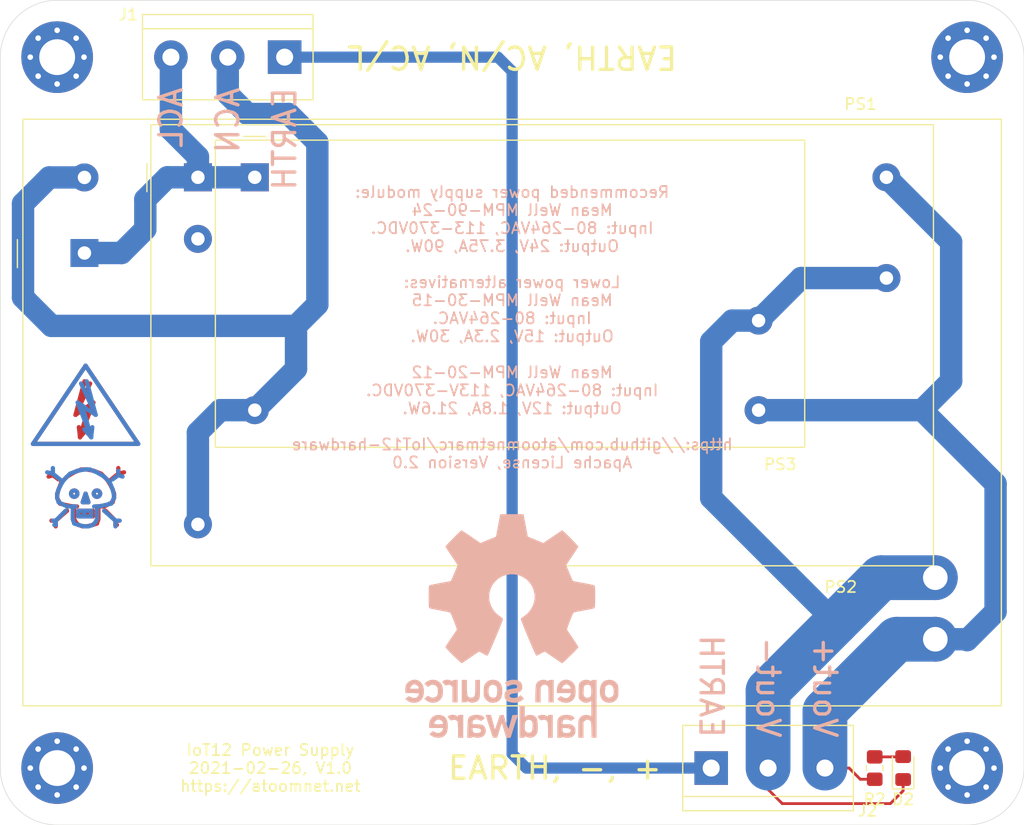
<source format=kicad_pcb>
(kicad_pcb (version 20171130) (host pcbnew "(5.1.9)-1")

  (general
    (thickness 1.6)
    (drawings 20)
    (tracks 63)
    (zones 0)
    (modules 16)
    (nets 11)
  )

  (page A4)
  (layers
    (0 F.Cu signal)
    (31 B.Cu signal)
    (32 B.Adhes user)
    (33 F.Adhes user)
    (34 B.Paste user)
    (35 F.Paste user)
    (36 B.SilkS user)
    (37 F.SilkS user)
    (38 B.Mask user)
    (39 F.Mask user)
    (40 Dwgs.User user hide)
    (41 Cmts.User user)
    (42 Eco1.User user)
    (43 Eco2.User user)
    (44 Edge.Cuts user)
    (45 Margin user)
    (46 B.CrtYd user hide)
    (47 F.CrtYd user hide)
    (48 B.Fab user hide)
    (49 F.Fab user hide)
  )

  (setup
    (last_trace_width 0.25)
    (user_trace_width 1)
    (user_trace_width 2)
    (user_trace_width 4)
    (trace_clearance 0.2)
    (zone_clearance 0.508)
    (zone_45_only no)
    (trace_min 0.2)
    (via_size 0.8)
    (via_drill 0.4)
    (via_min_size 0.4)
    (via_min_drill 0.3)
    (uvia_size 0.3)
    (uvia_drill 0.1)
    (uvias_allowed no)
    (uvia_min_size 0.2)
    (uvia_min_drill 0.1)
    (edge_width 0.05)
    (segment_width 0.2)
    (pcb_text_width 0.3)
    (pcb_text_size 1.5 1.5)
    (mod_edge_width 0.12)
    (mod_text_size 1 1)
    (mod_text_width 0.15)
    (pad_size 1.524 1.524)
    (pad_drill 0.762)
    (pad_to_mask_clearance 0)
    (aux_axis_origin 0 0)
    (visible_elements 7FFFFFFF)
    (pcbplotparams
      (layerselection 0x010f0_ffffffff)
      (usegerberextensions false)
      (usegerberattributes false)
      (usegerberadvancedattributes false)
      (creategerberjobfile false)
      (excludeedgelayer true)
      (linewidth 0.100000)
      (plotframeref false)
      (viasonmask false)
      (mode 1)
      (useauxorigin false)
      (hpglpennumber 1)
      (hpglpenspeed 20)
      (hpglpendiameter 15.000000)
      (psnegative false)
      (psa4output false)
      (plotreference true)
      (plotvalue false)
      (plotinvisibletext false)
      (padsonsilk true)
      (subtractmaskfromsilk false)
      (outputformat 1)
      (mirror false)
      (drillshape 0)
      (scaleselection 1)
      (outputdirectory "gerber"))
  )

  (net 0 "")
  (net 1 Earth)
  (net 2 /N)
  (net 3 /L)
  (net 4 /Vout-)
  (net 5 /Vout+)
  (net 6 "Net-(H1-Pad1)")
  (net 7 "Net-(H2-Pad1)")
  (net 8 "Net-(H3-Pad1)")
  (net 9 "Net-(H4-Pad1)")
  (net 10 "Net-(D2-Pad2)")

  (net_class Default "This is the default net class."
    (clearance 0.2)
    (trace_width 0.25)
    (via_dia 0.8)
    (via_drill 0.4)
    (uvia_dia 0.3)
    (uvia_drill 0.1)
    (add_net /L)
    (add_net /N)
    (add_net /Vout+)
    (add_net /Vout-)
    (add_net Earth)
    (add_net "Net-(D2-Pad2)")
    (add_net "Net-(H1-Pad1)")
    (add_net "Net-(H2-Pad1)")
    (add_net "Net-(H3-Pad1)")
    (add_net "Net-(H4-Pad1)")
  )

  (module Converter-ACDC-extra:Converter_ACDC_MeanWell_MPM-30-xx_THT (layer F.Cu) (tedit 605EF78B) (tstamp 60396A12)
    (at 155.083 84.1515)
    (tags "switching power supply")
    (path /603A0519)
    (fp_text reference PS2 (at 26.67 21.59 180) (layer F.SilkS)
      (effects (font (size 1 1) (thickness 0.15)))
    )
    (fp_text value MPM-30-15* (at 33.21 1.11 90) (layer F.Fab)
      (effects (font (size 1 1) (thickness 0.15)))
    )
    (fp_text user %R (at 30.5 1.59 90) (layer F.Fab)
      (effects (font (size 1 1) (thickness 0.15)))
    )
    (fp_line (start -34.75 -19.5) (end 34.75 19.5) (layer Dwgs.User) (width 0.1))
    (fp_line (start 34.75 -19.5) (end -34.75 19.5) (layer Dwgs.User) (width 0.1))
    (fp_line (start -34.75 -18.5) (end -33.75 -19.5) (layer F.Fab) (width 0.1))
    (fp_line (start 34.95 -19.7) (end -34.95 -19.7) (layer F.SilkS) (width 0.12))
    (fp_line (start -33.75 -19.5) (end 34.75 -19.5) (layer F.Fab) (width 0.1))
    (fp_line (start -34.95 19.7) (end 34.95 19.7) (layer F.SilkS) (width 0.12))
    (fp_line (start 34.95 19.7) (end 34.95 -19.7) (layer F.SilkS) (width 0.12))
    (fp_line (start -34.95 -19.7) (end -34.95 19.7) (layer F.SilkS) (width 0.12))
    (fp_line (start 35 -19.75) (end 35 19.75) (layer F.CrtYd) (width 0.05))
    (fp_line (start 35 19.75) (end -35 19.75) (layer F.CrtYd) (width 0.05))
    (fp_line (start -34.75 19.5) (end -34.75 -18.5) (layer F.Fab) (width 0.1))
    (fp_line (start -35 -19.75) (end 35 -19.75) (layer F.CrtYd) (width 0.05))
    (fp_line (start -35 19.75) (end -35 -19.75) (layer F.CrtYd) (width 0.05))
    (fp_line (start 34.75 19.5) (end 34.75 -19.5) (layer F.Fab) (width 0.1))
    (fp_line (start -34.75 19.5) (end 34.75 19.5) (layer F.Fab) (width 0.1))
    (fp_line (start -35.306 -16.216) (end -35.306 -13.716) (layer F.SilkS) (width 0.12))
    (pad ~ thru_hole circle (at -30.75 -9.5) (size 2.5 2.5) (drill 1.2) (layers *.Cu *.Mask))
    (pad 4 thru_hole circle (at 30.75 -6 90) (size 2.5 2.5) (drill 1.2) (layers *.Cu *.Mask)
      (net 4 /Vout-))
    (pad 1 thru_hole rect (at -30.75 -15) (size 2.5 2.5) (drill 1.2) (layers *.Cu *.Mask)
      (net 3 /L))
    (pad 3 thru_hole circle (at 30.75 -15) (size 2.5 2.5) (drill 1.2) (layers *.Cu *.Mask)
      (net 5 /Vout+))
    (pad 2 thru_hole circle (at -30.75 16) (size 2.5 2.5) (drill 1.2) (layers *.Cu *.Mask)
      (net 2 /N))
  )

  (module Resistor_SMD:R_0805_2012Metric_Pad1.20x1.40mm_HandSolder (layer F.Cu) (tedit 5F68FEEE) (tstamp 6039AA7D)
    (at 184.785 121.92 90)
    (descr "Resistor SMD 0805 (2012 Metric), square (rectangular) end terminal, IPC_7351 nominal with elongated pad for handsoldering. (Body size source: IPC-SM-782 page 72, https://www.pcb-3d.com/wordpress/wp-content/uploads/ipc-sm-782a_amendment_1_and_2.pdf), generated with kicad-footprint-generator")
    (tags "resistor handsolder")
    (path /603B9D14)
    (attr smd)
    (fp_text reference R2 (at -2.794 0 180) (layer F.SilkS)
      (effects (font (size 1 1) (thickness 0.15)))
    )
    (fp_text value 4K7 (at 0 1.65 90) (layer F.Fab)
      (effects (font (size 1 1) (thickness 0.15)))
    )
    (fp_line (start 1.85 0.95) (end -1.85 0.95) (layer F.CrtYd) (width 0.05))
    (fp_line (start 1.85 -0.95) (end 1.85 0.95) (layer F.CrtYd) (width 0.05))
    (fp_line (start -1.85 -0.95) (end 1.85 -0.95) (layer F.CrtYd) (width 0.05))
    (fp_line (start -1.85 0.95) (end -1.85 -0.95) (layer F.CrtYd) (width 0.05))
    (fp_line (start -0.227064 0.735) (end 0.227064 0.735) (layer F.SilkS) (width 0.12))
    (fp_line (start -0.227064 -0.735) (end 0.227064 -0.735) (layer F.SilkS) (width 0.12))
    (fp_line (start 1 0.625) (end -1 0.625) (layer F.Fab) (width 0.1))
    (fp_line (start 1 -0.625) (end 1 0.625) (layer F.Fab) (width 0.1))
    (fp_line (start -1 -0.625) (end 1 -0.625) (layer F.Fab) (width 0.1))
    (fp_line (start -1 0.625) (end -1 -0.625) (layer F.Fab) (width 0.1))
    (fp_text user %R (at 0 0 90) (layer F.Fab)
      (effects (font (size 0.5 0.5) (thickness 0.08)))
    )
    (pad 2 smd roundrect (at 1 0 90) (size 1.2 1.4) (layers F.Cu F.Paste F.Mask) (roundrect_rratio 0.2083325)
      (net 10 "Net-(D2-Pad2)"))
    (pad 1 smd roundrect (at -1 0 90) (size 1.2 1.4) (layers F.Cu F.Paste F.Mask) (roundrect_rratio 0.2083325)
      (net 5 /Vout+))
    (model ${KISYS3DMOD}/Resistor_SMD.3dshapes/R_0805_2012Metric.wrl
      (at (xyz 0 0 0))
      (scale (xyz 1 1 1))
      (rotate (xyz 0 0 0))
    )
  )

  (module LED_SMD:LED_0805_2012Metric_Pad1.15x1.40mm_HandSolder (layer F.Cu) (tedit 5F68FEF1) (tstamp 6039A90A)
    (at 187.325 121.92 90)
    (descr "LED SMD 0805 (2012 Metric), square (rectangular) end terminal, IPC_7351 nominal, (Body size source: https://docs.google.com/spreadsheets/d/1BsfQQcO9C6DZCsRaXUlFlo91Tg2WpOkGARC1WS5S8t0/edit?usp=sharing), generated with kicad-footprint-generator")
    (tags "LED handsolder")
    (path /603B83D7)
    (attr smd)
    (fp_text reference D2 (at -2.794 0 180) (layer F.SilkS)
      (effects (font (size 1 1) (thickness 0.15)))
    )
    (fp_text value Green (at 0 1.65 90) (layer F.Fab)
      (effects (font (size 1 1) (thickness 0.15)))
    )
    (fp_line (start 1.85 0.95) (end -1.85 0.95) (layer F.CrtYd) (width 0.05))
    (fp_line (start 1.85 -0.95) (end 1.85 0.95) (layer F.CrtYd) (width 0.05))
    (fp_line (start -1.85 -0.95) (end 1.85 -0.95) (layer F.CrtYd) (width 0.05))
    (fp_line (start -1.85 0.95) (end -1.85 -0.95) (layer F.CrtYd) (width 0.05))
    (fp_line (start -1.86 0.96) (end 1 0.96) (layer F.SilkS) (width 0.12))
    (fp_line (start -1.86 -0.96) (end -1.86 0.96) (layer F.SilkS) (width 0.12))
    (fp_line (start 1 -0.96) (end -1.86 -0.96) (layer F.SilkS) (width 0.12))
    (fp_line (start 1 0.6) (end 1 -0.6) (layer F.Fab) (width 0.1))
    (fp_line (start -1 0.6) (end 1 0.6) (layer F.Fab) (width 0.1))
    (fp_line (start -1 -0.3) (end -1 0.6) (layer F.Fab) (width 0.1))
    (fp_line (start -0.7 -0.6) (end -1 -0.3) (layer F.Fab) (width 0.1))
    (fp_line (start 1 -0.6) (end -0.7 -0.6) (layer F.Fab) (width 0.1))
    (fp_text user %R (at 0 0 90) (layer F.Fab)
      (effects (font (size 0.5 0.5) (thickness 0.08)))
    )
    (pad 2 smd roundrect (at 1.025 0 90) (size 1.15 1.4) (layers F.Cu F.Paste F.Mask) (roundrect_rratio 0.2173904347826087)
      (net 10 "Net-(D2-Pad2)"))
    (pad 1 smd roundrect (at -1.025 0 90) (size 1.15 1.4) (layers F.Cu F.Paste F.Mask) (roundrect_rratio 0.2173904347826087)
      (net 4 /Vout-))
    (model ${KISYS3DMOD}/LED_SMD.3dshapes/LED_0805_2012Metric.wrl
      (at (xyz 0 0 0))
      (scale (xyz 1 1 1))
      (rotate (xyz 0 0 0))
    )
  )

  (module Symbol:Symbol_Danger_CopperTop_Small locked (layer B.Cu) (tedit 0) (tstamp 60399BE6)
    (at 114.3 97.79 180)
    (descr "Symbol, Danger, Copper Top, Small,")
    (tags "Symbol, Danger, Copper Top, Small,")
    (attr virtual)
    (fp_text reference REF** (at 0.254 4.699) (layer B.SilkS) hide
      (effects (font (size 1 1) (thickness 0.15)) (justify mirror))
    )
    (fp_text value Symbol_Danger_CopperTop_Small (at 0.889 -4.572) (layer B.Fab)
      (effects (font (size 1 1) (thickness 0.15)) (justify mirror))
    )
    (fp_line (start 2.667 -2.032) (end 2.667 -2.413) (layer B.Cu) (width 0.381))
    (fp_line (start 2.667 -2.413) (end 2.794 -2.413) (layer B.Cu) (width 0.381))
    (fp_line (start 1.778 -1.143) (end 2.667 -2.032) (layer B.Cu) (width 0.381))
    (fp_line (start 2.667 -2.032) (end 2.921 -2.032) (layer B.Cu) (width 0.381))
    (fp_line (start -2.921 2.032) (end -3.302 1.905) (layer B.Cu) (width 0.381))
    (fp_line (start -2.921 2.032) (end -2.921 2.413) (layer B.Cu) (width 0.381))
    (fp_line (start -2.413 1.651) (end -2.921 2.032) (layer B.Cu) (width 0.381))
    (fp_line (start -2.667 -2.032) (end -2.667 -2.54) (layer B.Cu) (width 0.381))
    (fp_line (start -2.667 -2.032) (end -3.048 -2.032) (layer B.Cu) (width 0.381))
    (fp_line (start -1.651 -1.143) (end -2.667 -2.032) (layer B.Cu) (width 0.381))
    (fp_line (start 2.921 2.159) (end 3.429 2.286) (layer B.Cu) (width 0.381))
    (fp_line (start 2.921 2.159) (end 2.921 2.667) (layer B.Cu) (width 0.381))
    (fp_line (start 2.286 1.651) (end 2.921 2.159) (layer B.Cu) (width 0.381))
    (fp_line (start 0.127 -1.27) (end 0.127 -1.524) (layer B.Cu) (width 0.381))
    (fp_line (start -0.508 -1.143) (end 0.635 -1.143) (layer B.Cu) (width 0.381))
    (fp_line (start 0.635 -1.143) (end 0.635 -1.651) (layer B.Cu) (width 0.381))
    (fp_line (start 0.635 -1.651) (end -0.508 -1.651) (layer B.Cu) (width 0.381))
    (fp_line (start -0.508 -1.651) (end -0.508 -1.143) (layer B.Cu) (width 0.381))
    (fp_circle (center -1.016 0.381) (end -1.27 0.254) (layer B.Cu) (width 0.381))
    (fp_circle (center 1.016 0.381) (end 1.27 0.254) (layer B.Cu) (width 0.381))
    (fp_line (start 0 0.381) (end 0.254 -0.381) (layer B.Cu) (width 0.381))
    (fp_line (start 0.254 -0.381) (end -0.254 -0.381) (layer B.Cu) (width 0.381))
    (fp_line (start -0.254 -0.381) (end 0 0.381) (layer B.Cu) (width 0.381))
    (fp_line (start -1.016 -1.905) (end -0.889 -2.159) (layer B.Cu) (width 0.381))
    (fp_line (start -0.889 -2.159) (end -0.635 -2.413) (layer B.Cu) (width 0.381))
    (fp_line (start -0.635 -2.413) (end -0.254 -2.54) (layer B.Cu) (width 0.381))
    (fp_line (start 1.143 -0.762) (end 1.143 -1.524) (layer B.Cu) (width 0.381))
    (fp_line (start 1.143 -1.524) (end 1.143 -1.905) (layer B.Cu) (width 0.381))
    (fp_line (start 1.143 -1.905) (end 1.016 -2.286) (layer B.Cu) (width 0.381))
    (fp_line (start 1.016 -2.286) (end 0.635 -2.413) (layer B.Cu) (width 0.381))
    (fp_line (start 0.635 -2.413) (end 0.127 -2.54) (layer B.Cu) (width 0.381))
    (fp_line (start 0.127 -2.54) (end -0.254 -2.54) (layer B.Cu) (width 0.381))
    (fp_line (start -1.016 -1.905) (end -1.016 -1.524) (layer B.Cu) (width 0.381))
    (fp_line (start -1.016 -1.524) (end -1.016 -0.762) (layer B.Cu) (width 0.381))
    (fp_line (start -2.54 0) (end -2.413 -0.254) (layer B.Cu) (width 0.381))
    (fp_line (start -2.413 -0.254) (end -2.286 -0.508) (layer B.Cu) (width 0.381))
    (fp_line (start -2.286 -0.508) (end -1.778 -0.635) (layer B.Cu) (width 0.381))
    (fp_line (start -1.778 -0.635) (end -1.143 -0.762) (layer B.Cu) (width 0.381))
    (fp_line (start -1.143 -0.762) (end -0.762 -0.762) (layer B.Cu) (width 0.381))
    (fp_line (start -2.54 0) (end -2.54 0.254) (layer B.Cu) (width 0.381))
    (fp_line (start -2.54 0.254) (end -2.413 0.762) (layer B.Cu) (width 0.381))
    (fp_line (start -2.413 0.762) (end -2.159 1.397) (layer B.Cu) (width 0.381))
    (fp_line (start -2.159 1.397) (end -1.651 1.905) (layer B.Cu) (width 0.381))
    (fp_line (start -1.651 1.905) (end -1.016 2.286) (layer B.Cu) (width 0.381))
    (fp_line (start -1.016 2.286) (end -0.381 2.54) (layer B.Cu) (width 0.381))
    (fp_line (start -0.381 2.54) (end 0.127 2.54) (layer B.Cu) (width 0.381))
    (fp_line (start 0.127 2.54) (end 0.762 2.413) (layer B.Cu) (width 0.381))
    (fp_line (start 0.762 2.413) (end 1.397 2.159) (layer B.Cu) (width 0.381))
    (fp_line (start 1.397 2.159) (end 1.905 1.651) (layer B.Cu) (width 0.381))
    (fp_line (start 1.905 1.651) (end 2.159 1.27) (layer B.Cu) (width 0.381))
    (fp_line (start 2.159 1.27) (end 2.413 0.762) (layer B.Cu) (width 0.381))
    (fp_line (start 2.413 0.762) (end 2.54 0.381) (layer B.Cu) (width 0.381))
    (fp_line (start 2.54 0.381) (end 2.54 0) (layer B.Cu) (width 0.381))
    (fp_line (start 2.54 0) (end 2.413 -0.381) (layer B.Cu) (width 0.381))
    (fp_line (start 2.413 -0.381) (end 2.159 -0.508) (layer B.Cu) (width 0.381))
    (fp_line (start 2.159 -0.508) (end 1.651 -0.762) (layer B.Cu) (width 0.381))
    (fp_line (start 1.651 -0.762) (end 1.27 -0.762) (layer B.Cu) (width 0.381))
    (fp_line (start 1.27 -0.762) (end 0.889 -0.762) (layer B.Cu) (width 0.381))
  )

  (module Symbol:Symbol_Danger_CopperTop_Small locked (layer F.Cu) (tedit 0) (tstamp 60399ABA)
    (at 114.3 97.79)
    (descr "Symbol, Danger, Copper Top, Small,")
    (tags "Symbol, Danger, Copper Top, Small,")
    (attr virtual)
    (fp_text reference REF** (at 0.254 -4.699) (layer F.SilkS) hide
      (effects (font (size 1 1) (thickness 0.15)))
    )
    (fp_text value Symbol_Danger_CopperTop_Small (at 0.889 4.572) (layer F.Fab)
      (effects (font (size 1 1) (thickness 0.15)))
    )
    (fp_line (start 1.27 0.762) (end 0.889 0.762) (layer F.Cu) (width 0.381))
    (fp_line (start 1.651 0.762) (end 1.27 0.762) (layer F.Cu) (width 0.381))
    (fp_line (start 2.159 0.508) (end 1.651 0.762) (layer F.Cu) (width 0.381))
    (fp_line (start 2.413 0.381) (end 2.159 0.508) (layer F.Cu) (width 0.381))
    (fp_line (start 2.54 0) (end 2.413 0.381) (layer F.Cu) (width 0.381))
    (fp_line (start 2.54 -0.381) (end 2.54 0) (layer F.Cu) (width 0.381))
    (fp_line (start 2.413 -0.762) (end 2.54 -0.381) (layer F.Cu) (width 0.381))
    (fp_line (start 2.159 -1.27) (end 2.413 -0.762) (layer F.Cu) (width 0.381))
    (fp_line (start 1.905 -1.651) (end 2.159 -1.27) (layer F.Cu) (width 0.381))
    (fp_line (start 1.397 -2.159) (end 1.905 -1.651) (layer F.Cu) (width 0.381))
    (fp_line (start 0.762 -2.413) (end 1.397 -2.159) (layer F.Cu) (width 0.381))
    (fp_line (start 0.127 -2.54) (end 0.762 -2.413) (layer F.Cu) (width 0.381))
    (fp_line (start -0.381 -2.54) (end 0.127 -2.54) (layer F.Cu) (width 0.381))
    (fp_line (start -1.016 -2.286) (end -0.381 -2.54) (layer F.Cu) (width 0.381))
    (fp_line (start -1.651 -1.905) (end -1.016 -2.286) (layer F.Cu) (width 0.381))
    (fp_line (start -2.159 -1.397) (end -1.651 -1.905) (layer F.Cu) (width 0.381))
    (fp_line (start -2.413 -0.762) (end -2.159 -1.397) (layer F.Cu) (width 0.381))
    (fp_line (start -2.54 -0.254) (end -2.413 -0.762) (layer F.Cu) (width 0.381))
    (fp_line (start -2.54 0) (end -2.54 -0.254) (layer F.Cu) (width 0.381))
    (fp_line (start -1.143 0.762) (end -0.762 0.762) (layer F.Cu) (width 0.381))
    (fp_line (start -1.778 0.635) (end -1.143 0.762) (layer F.Cu) (width 0.381))
    (fp_line (start -2.286 0.508) (end -1.778 0.635) (layer F.Cu) (width 0.381))
    (fp_line (start -2.413 0.254) (end -2.286 0.508) (layer F.Cu) (width 0.381))
    (fp_line (start -2.54 0) (end -2.413 0.254) (layer F.Cu) (width 0.381))
    (fp_line (start -1.016 1.524) (end -1.016 0.762) (layer F.Cu) (width 0.381))
    (fp_line (start -1.016 1.905) (end -1.016 1.524) (layer F.Cu) (width 0.381))
    (fp_line (start 0.127 2.54) (end -0.254 2.54) (layer F.Cu) (width 0.381))
    (fp_line (start 0.635 2.413) (end 0.127 2.54) (layer F.Cu) (width 0.381))
    (fp_line (start 1.016 2.286) (end 0.635 2.413) (layer F.Cu) (width 0.381))
    (fp_line (start 1.143 1.905) (end 1.016 2.286) (layer F.Cu) (width 0.381))
    (fp_line (start 1.143 1.524) (end 1.143 1.905) (layer F.Cu) (width 0.381))
    (fp_line (start 1.143 0.762) (end 1.143 1.524) (layer F.Cu) (width 0.381))
    (fp_line (start -0.635 2.413) (end -0.254 2.54) (layer F.Cu) (width 0.381))
    (fp_line (start -0.889 2.159) (end -0.635 2.413) (layer F.Cu) (width 0.381))
    (fp_line (start -1.016 1.905) (end -0.889 2.159) (layer F.Cu) (width 0.381))
    (fp_line (start -0.254 0.381) (end 0 -0.381) (layer F.Cu) (width 0.381))
    (fp_line (start 0.254 0.381) (end -0.254 0.381) (layer F.Cu) (width 0.381))
    (fp_line (start 0 -0.381) (end 0.254 0.381) (layer F.Cu) (width 0.381))
    (fp_circle (center 1.016 -0.381) (end 1.27 -0.254) (layer F.Cu) (width 0.381))
    (fp_circle (center -1.016 -0.381) (end -1.27 -0.254) (layer F.Cu) (width 0.381))
    (fp_line (start -0.508 1.651) (end -0.508 1.143) (layer F.Cu) (width 0.381))
    (fp_line (start 0.635 1.651) (end -0.508 1.651) (layer F.Cu) (width 0.381))
    (fp_line (start 0.635 1.143) (end 0.635 1.651) (layer F.Cu) (width 0.381))
    (fp_line (start -0.508 1.143) (end 0.635 1.143) (layer F.Cu) (width 0.381))
    (fp_line (start 0.127 1.27) (end 0.127 1.524) (layer F.Cu) (width 0.381))
    (fp_line (start 2.286 -1.651) (end 2.921 -2.159) (layer F.Cu) (width 0.381))
    (fp_line (start 2.921 -2.159) (end 2.921 -2.667) (layer F.Cu) (width 0.381))
    (fp_line (start 2.921 -2.159) (end 3.429 -2.286) (layer F.Cu) (width 0.381))
    (fp_line (start -1.651 1.143) (end -2.667 2.032) (layer F.Cu) (width 0.381))
    (fp_line (start -2.667 2.032) (end -3.048 2.032) (layer F.Cu) (width 0.381))
    (fp_line (start -2.667 2.032) (end -2.667 2.54) (layer F.Cu) (width 0.381))
    (fp_line (start -2.413 -1.651) (end -2.921 -2.032) (layer F.Cu) (width 0.381))
    (fp_line (start -2.921 -2.032) (end -2.921 -2.413) (layer F.Cu) (width 0.381))
    (fp_line (start -2.921 -2.032) (end -3.302 -1.905) (layer F.Cu) (width 0.381))
    (fp_line (start 2.667 2.032) (end 2.921 2.032) (layer F.Cu) (width 0.381))
    (fp_line (start 1.778 1.143) (end 2.667 2.032) (layer F.Cu) (width 0.381))
    (fp_line (start 2.667 2.413) (end 2.794 2.413) (layer F.Cu) (width 0.381))
    (fp_line (start 2.667 2.032) (end 2.667 2.413) (layer F.Cu) (width 0.381))
  )

  (module Symbol:Symbol_HighVoltage_Type2_CopperTop_VerySmall locked (layer B.Cu) (tedit 0) (tstamp 60397D60)
    (at 114.3 90.17 180)
    (descr "Symbol, High Voltage, Type 2, Copper Top, Very Small,")
    (tags "Symbol, High Voltage, Type 2, Copper Top, Very Small,")
    (attr virtual)
    (fp_text reference REF** (at -0.127 5.715) (layer B.SilkS) hide
      (effects (font (size 1 1) (thickness 0.15)) (justify mirror))
    )
    (fp_text value Symbol_HighVoltage_Type2_CopperTop_VerySmall (at -0.381 -4.572) (layer B.Fab)
      (effects (font (size 1 1) (thickness 0.15)) (justify mirror))
    )
    (fp_line (start -4.699 -2.794) (end 0 4.191) (layer B.Cu) (width 0.381))
    (fp_line (start 4.699 -2.794) (end -4.699 -2.794) (layer B.Cu) (width 0.381))
    (fp_line (start 0 4.191) (end 4.699 -2.794) (layer B.Cu) (width 0.381))
    (fp_line (start -0.49784 -2.19964) (end -0.59944 -1.30048) (layer B.Cu) (width 0.381))
    (fp_line (start 0.29972 0.59944) (end -0.49784 -2.19964) (layer B.Cu) (width 0.381))
    (fp_line (start -0.89916 -0.20066) (end 0.29972 0.59944) (layer B.Cu) (width 0.381))
    (fp_line (start -0.09906 2.79908) (end -0.89916 -0.20066) (layer B.Cu) (width 0.381))
    (fp_line (start -0.49784 -2.19964) (end 0.1016 -1.50114) (layer B.Cu) (width 0.381))
    (fp_line (start -0.89916 -0.20066) (end 0.40132 2.60096) (layer B.Cu) (width 0.381))
    (fp_line (start 0.70104 0.89916) (end 0.1016 0.50038) (layer B.Cu) (width 0.381))
    (fp_line (start -0.49784 -2.19964) (end 0.70104 0.89916) (layer B.Cu) (width 0.381))
  )

  (module Symbol:Symbol_HighVoltage_Type2_CopperTop_VerySmall locked (layer F.Cu) (tedit 0) (tstamp 60397AA4)
    (at 114.3 90.17)
    (descr "Symbol, High Voltage, Type 2, Copper Top, Very Small,")
    (tags "Symbol, High Voltage, Type 2, Copper Top, Very Small,")
    (attr virtual)
    (fp_text reference REF** (at -0.127 -5.715) (layer F.SilkS) hide
      (effects (font (size 1 1) (thickness 0.15)))
    )
    (fp_text value Symbol_HighVoltage_Type2_CopperTop_VerySmall (at -0.381 4.572) (layer F.Fab)
      (effects (font (size 1 1) (thickness 0.15)))
    )
    (fp_line (start -4.699 2.794) (end 0 -4.191) (layer F.Cu) (width 0.381))
    (fp_line (start 4.699 2.794) (end -4.699 2.794) (layer F.Cu) (width 0.381))
    (fp_line (start 0 -4.191) (end 4.699 2.794) (layer F.Cu) (width 0.381))
    (fp_line (start -0.49784 2.19964) (end -0.59944 1.30048) (layer F.Cu) (width 0.381))
    (fp_line (start 0.29972 -0.59944) (end -0.49784 2.19964) (layer F.Cu) (width 0.381))
    (fp_line (start -0.89916 0.20066) (end 0.29972 -0.59944) (layer F.Cu) (width 0.381))
    (fp_line (start -0.09906 -2.79908) (end -0.89916 0.20066) (layer F.Cu) (width 0.381))
    (fp_line (start -0.49784 2.19964) (end 0.1016 1.50114) (layer F.Cu) (width 0.381))
    (fp_line (start -0.89916 0.20066) (end 0.40132 -2.60096) (layer F.Cu) (width 0.381))
    (fp_line (start 0.70104 -0.89916) (end 0.1016 -0.50038) (layer F.Cu) (width 0.381))
    (fp_line (start -0.49784 2.19964) (end 0.70104 -0.89916) (layer F.Cu) (width 0.381))
  )

  (module Converter-ACDC-extra:Converter_ACDC_MeanWell_MPM-20-xx_THT (layer F.Cu) (tedit 6038E1FB) (tstamp 603962D9)
    (at 152.213 79.5515)
    (tags "switching power supply")
    (path /603A726D)
    (fp_text reference PS3 (at 24.13 15.24) (layer F.SilkS)
      (effects (font (size 1 1) (thickness 0.15)))
    )
    (fp_text value MPM-20-12* (at -0.3 14.6) (layer F.Fab)
      (effects (font (size 1 1) (thickness 0.15)))
    )
    (fp_line (start -21.8 -13.6) (end -22.8 -12.6) (layer F.Fab) (width 0.1))
    (fp_line (start -22.8 -12.6) (end -23.8 -13.6) (layer F.Fab) (width 0.1))
    (fp_line (start -23.8 -13.6) (end -26.2 -13.6) (layer F.Fab) (width 0.1))
    (fp_line (start 26.45 -13.85) (end 26.45 13.85) (layer F.CrtYd) (width 0.05))
    (fp_line (start -26.45 -13.85) (end 26.45 -13.85) (layer F.CrtYd) (width 0.05))
    (fp_line (start -26.45 13.85) (end 26.45 13.85) (layer F.CrtYd) (width 0.05))
    (fp_line (start 26.2 -13.6) (end 26.2 13.6) (layer F.Fab) (width 0.1))
    (fp_line (start -26.32 -13.72) (end -26.32 13.72) (layer F.SilkS) (width 0.12))
    (fp_line (start -26.32 13.72) (end 26.32 13.72) (layer F.SilkS) (width 0.12))
    (fp_line (start -26.2 -13.6) (end -26.2 13.6) (layer F.Fab) (width 0.1))
    (fp_line (start -26.45 -13.85) (end -26.45 13.85) (layer F.CrtYd) (width 0.05))
    (fp_line (start 26.2 -13.6) (end -21.8 -13.6) (layer F.Fab) (width 0.1))
    (fp_line (start -26.2 13.6) (end 26.2 13.6) (layer F.Fab) (width 0.1))
    (fp_line (start -26.32 -13.72) (end 26.32 -13.72) (layer F.SilkS) (width 0.12))
    (fp_line (start 26.32 -13.72) (end 26.32 13.72) (layer F.SilkS) (width 0.12))
    (fp_line (start -21.8 -14.05) (end -23.8 -14.05) (layer F.SilkS) (width 0.12))
    (fp_line (start -26.2 -13.6) (end 26.2 13.6) (layer Dwgs.User) (width 0.1))
    (fp_line (start 26.2 -13.6) (end -26.2 13.6) (layer Dwgs.User) (width 0.1))
    (fp_text user %R (at -0.3 0) (layer F.Fab)
      (effects (font (size 1 1) (thickness 0.15)))
    )
    (pad 1 thru_hole rect (at -22.8 -10.4) (size 2.5 2.5) (drill 1.2) (layers *.Cu *.Mask)
      (net 3 /L))
    (pad 4 thru_hole circle (at 22.2 2.4) (size 2.5 2.5) (drill 1.2) (layers *.Cu *.Mask)
      (net 4 /Vout-))
    (pad 2 thru_hole circle (at -22.8 10.4) (size 2.5 2.5) (drill 1.2) (layers *.Cu *.Mask)
      (net 2 /N))
    (pad 3 thru_hole circle (at 22.2 10.4) (size 2.5 2.5) (drill 1.2) (layers *.Cu *.Mask)
      (net 5 /Vout+))
  )

  (module Converter-ACDC-extra:Converter_ACDC_MeanWell_MPM-90-xx_THT (layer F.Cu) (tedit 6038E069) (tstamp 603944C0)
    (at 152.4 90.17)
    (tags "switching power supply")
    (path /6038DC20)
    (fp_text reference PS1 (at 31.115 -27.559 180) (layer F.SilkS)
      (effects (font (size 1 1) (thickness 0.15)))
    )
    (fp_text value MPM-90-24 (at 42.291 3.175 90) (layer F.Fab)
      (effects (font (size 1 1) (thickness 0.15)))
    )
    (fp_line (start -43.5016 -26.0058) (end 43.4984 25.9942) (layer Dwgs.User) (width 0.1))
    (fp_line (start 43.4984 -26.0058) (end -43.5016 25.9942) (layer Dwgs.User) (width 0.1))
    (fp_line (start -43.5016 -25.0058) (end -42.5016 -26.0058) (layer F.Fab) (width 0.1))
    (fp_line (start 43.6984 -26.2058) (end -43.7016 -26.2058) (layer F.SilkS) (width 0.12))
    (fp_line (start -42.5016 -26.0058) (end 43.4984 -26.0058) (layer F.Fab) (width 0.1))
    (fp_line (start -43.7016 26.1942) (end 43.6984 26.1942) (layer F.SilkS) (width 0.12))
    (fp_line (start 43.6984 26.1942) (end 43.6984 -26.2058) (layer F.SilkS) (width 0.12))
    (fp_line (start -43.7016 -26.2058) (end -43.7016 26.1942) (layer F.SilkS) (width 0.12))
    (fp_line (start 43.7484 -26.2558) (end 43.7484 26.2442) (layer F.CrtYd) (width 0.05))
    (fp_line (start 43.7484 26.2442) (end -43.7516 26.2442) (layer F.CrtYd) (width 0.05))
    (fp_line (start -43.5016 25.9942) (end -43.5016 -25.0058) (layer F.Fab) (width 0.1))
    (fp_line (start -43.7516 -26.2558) (end 43.7484 -26.2558) (layer F.CrtYd) (width 0.05))
    (fp_line (start -43.7516 26.2442) (end -43.7516 -26.2558) (layer F.CrtYd) (width 0.05))
    (fp_line (start 43.4984 25.9942) (end 43.4984 -26.0058) (layer F.Fab) (width 0.1))
    (fp_line (start -43.5016 25.9942) (end 43.4984 25.9942) (layer F.Fab) (width 0.1))
    (fp_line (start -44.19 -12.95) (end -44.19 -15.45) (layer F.SilkS) (width 0.12))
    (fp_text user %R (at 40.64 3.683 90) (layer F.Fab)
      (effects (font (size 1 1) (thickness 0.15)))
    )
    (pad 4 thru_hole circle (at 37.7984 14.7442) (size 4 4) (drill 2.2) (layers *.Cu *.Mask)
      (net 4 /Vout-))
    (pad 2 thru_hole circle (at -38.2016 -21.0058) (size 2.5 2.5) (drill 1.2) (layers *.Cu *.Mask)
      (net 2 /N))
    (pad 3 thru_hole circle (at 37.7984 20.2442) (size 4 4) (drill 2.2) (layers *.Cu *.Mask)
      (net 5 /Vout+))
    (pad 1 thru_hole rect (at -38.2016 -14.2558) (size 2.5 2.5) (drill 1.2) (layers *.Cu *.Mask)
      (net 3 /L))
    (model "${ATOOMNETKICAD}/3d models/3rd party/Mean Well/MPM-45,65,90,IRM-90.stp"
      (offset (xyz -43 -35.6 6.1))
      (scale (xyz 1 1 1))
      (rotate (xyz 0 0 0))
    )
  )

  (module Symbol:OSHW-Logo_19x20mm_SilkScreen locked (layer B.Cu) (tedit 0) (tstamp 60393AF2)
    (at 152.4 109.22 180)
    (descr "Open Source Hardware Logo")
    (tags "Logo OSHW")
    (attr virtual)
    (fp_text reference REF** (at 0 0) (layer B.SilkS) hide
      (effects (font (size 1 1) (thickness 0.15)) (justify mirror))
    )
    (fp_text value OSHW-Logo_19x20mm_SilkScreen (at 0.75 0) (layer B.Fab) hide
      (effects (font (size 1 1) (thickness 0.15)) (justify mirror))
    )
    (fp_poly (pts (xy 1.248305 8.97404) (xy 1.436557 7.975458) (xy 2.131183 7.689111) (xy 2.825808 7.402763)
      (xy 3.659128 7.969414) (xy 3.892501 8.127189) (xy 4.103457 8.268061) (xy 4.282153 8.385599)
      (xy 4.418744 8.473371) (xy 4.503386 8.524945) (xy 4.526437 8.536065) (xy 4.567963 8.507465)
      (xy 4.656698 8.428396) (xy 4.782697 8.308959) (xy 4.936014 8.159256) (xy 5.106702 7.989385)
      (xy 5.284814 7.809449) (xy 5.460406 7.629546) (xy 5.62353 7.459778) (xy 5.764241 7.310246)
      (xy 5.872592 7.191048) (xy 5.938637 7.112287) (xy 5.954426 7.085928) (xy 5.931703 7.037334)
      (xy 5.867999 6.930874) (xy 5.770013 6.776961) (xy 5.644441 6.586009) (xy 5.497982 6.368431)
      (xy 5.413115 6.244329) (xy 5.258426 6.017721) (xy 5.12097 5.81323) (xy 5.007414 5.641035)
      (xy 4.924428 5.511315) (xy 4.878678 5.434249) (xy 4.871803 5.418053) (xy 4.887388 5.372025)
      (xy 4.929868 5.26475) (xy 4.992835 5.111313) (xy 5.069879 4.926794) (xy 5.15459 4.726279)
      (xy 5.240558 4.524848) (xy 5.321373 4.337585) (xy 5.390627 4.179572) (xy 5.441908 4.065893)
      (xy 5.468809 4.01163) (xy 5.470396 4.009494) (xy 5.512635 3.999133) (xy 5.625126 3.976018)
      (xy 5.796209 3.942421) (xy 6.014223 3.900615) (xy 6.267509 3.852873) (xy 6.415288 3.825341)
      (xy 6.685938 3.77381) (xy 6.930397 3.724775) (xy 7.1363 3.680919) (xy 7.291277 3.644926)
      (xy 7.382962 3.619479) (xy 7.401393 3.611405) (xy 7.419445 3.556758) (xy 7.43401 3.433338)
      (xy 7.445098 3.255577) (xy 7.452719 3.037909) (xy 7.456884 2.794765) (xy 7.457602 2.540577)
      (xy 7.454882 2.28978) (xy 7.448735 2.056804) (xy 7.439171 1.856082) (xy 7.426199 1.702046)
      (xy 7.409829 1.60913) (xy 7.400011 1.589787) (xy 7.341323 1.566602) (xy 7.216966 1.533456)
      (xy 7.04339 1.494242) (xy 6.837042 1.452855) (xy 6.765011 1.439466) (xy 6.417719 1.375853)
      (xy 6.143383 1.324622) (xy 5.932939 1.283739) (xy 5.777322 1.251166) (xy 5.667467 1.224868)
      (xy 5.594311 1.202808) (xy 5.548787 1.182951) (xy 5.521833 1.163259) (xy 5.518061 1.159368)
      (xy 5.480415 1.096676) (xy 5.422986 0.974669) (xy 5.351508 0.808288) (xy 5.271715 0.612471)
      (xy 5.189343 0.40216) (xy 5.110125 0.192292) (xy 5.039796 -0.002191) (xy 4.984089 -0.16635)
      (xy 4.948741 -0.285245) (xy 4.939484 -0.343936) (xy 4.940256 -0.345992) (xy 4.97162 -0.393964)
      (xy 5.042774 -0.499516) (xy 5.14624 -0.65166) (xy 5.27454 -0.83941) (xy 5.420199 -1.05178)
      (xy 5.46168 -1.11213) (xy 5.609587 -1.330929) (xy 5.739739 -1.530562) (xy 5.845045 -1.699565)
      (xy 5.918416 -1.826475) (xy 5.952763 -1.899829) (xy 5.954426 -1.908841) (xy 5.925569 -1.956207)
      (xy 5.845831 -2.050042) (xy 5.725462 -2.180261) (xy 5.574713 -2.336779) (xy 5.403836 -2.50951)
      (xy 5.223079 -2.688371) (xy 5.042694 -2.863276) (xy 4.872932 -3.02414) (xy 4.724042 -3.160878)
      (xy 4.606276 -3.263407) (xy 4.529883 -3.32164) (xy 4.50875 -3.331148) (xy 4.45956 -3.308754)
      (xy 4.358847 -3.248356) (xy 4.223017 -3.160129) (xy 4.11851 -3.089115) (xy 3.929149 -2.958811)
      (xy 3.704899 -2.805384) (xy 3.479964 -2.652201) (xy 3.359032 -2.570218) (xy 2.949704 -2.293353)
      (xy 2.606102 -2.479136) (xy 2.449565 -2.560523) (xy 2.316454 -2.623784) (xy 2.226389 -2.659865)
      (xy 2.203463 -2.664885) (xy 2.175895 -2.627817) (xy 2.121508 -2.523069) (xy 2.044363 -2.360303)
      (xy 1.948518 -2.149181) (xy 1.838034 -1.899365) (xy 1.716971 -1.620517) (xy 1.589389 -1.322299)
      (xy 1.459347 -1.014374) (xy 1.330906 -0.706404) (xy 1.208126 -0.40805) (xy 1.095067 -0.128975)
      (xy 0.995788 0.121159) (xy 0.914349 0.33269) (xy 0.854811 0.495957) (xy 0.821234 0.601295)
      (xy 0.815834 0.637473) (xy 0.858634 0.683619) (xy 0.952344 0.758528) (xy 1.077373 0.846636)
      (xy 1.087867 0.853606) (xy 1.41102 1.112279) (xy 1.671587 1.414062) (xy 1.86731 1.749305)
      (xy 1.995932 2.108358) (xy 2.055195 2.481574) (xy 2.042839 2.8593) (xy 1.956607 3.231889)
      (xy 1.794241 3.58969) (xy 1.746472 3.667973) (xy 1.498009 3.984081) (xy 1.204481 4.237921)
      (xy 0.876047 4.428173) (xy 0.522865 4.553515) (xy 0.155095 4.612628) (xy -0.217103 4.604193)
      (xy -0.583571 4.526888) (xy -0.934149 4.379394) (xy -1.258677 4.16039) (xy -1.359064 4.071502)
      (xy -1.614551 3.793256) (xy -1.800722 3.500344) (xy -1.92843 3.172014) (xy -1.999556 2.846867)
      (xy -2.017114 2.481298) (xy -1.958566 2.113914) (xy -1.829858 1.757134) (xy -1.636938 1.423374)
      (xy -1.385752 1.125053) (xy -1.082248 0.874589) (xy -1.04236 0.848187) (xy -0.915991 0.761728)
      (xy -0.819927 0.686816) (xy -0.774 0.638985) (xy -0.773332 0.637473) (xy -0.783192 0.585733)
      (xy -0.822278 0.468304) (xy -0.886528 0.294846) (xy -0.97188 0.075021) (xy -1.074273 -0.181513)
      (xy -1.189646 -0.465096) (xy -1.313937 -0.766067) (xy -1.443084 -1.074767) (xy -1.573026 -1.381536)
      (xy -1.699702 -1.676714) (xy -1.819049 -1.95064) (xy -1.927006 -2.193656) (xy -2.019512 -2.396101)
      (xy -2.092504 -2.548315) (xy -2.141923 -2.640638) (xy -2.161823 -2.664885) (xy -2.222634 -2.646004)
      (xy -2.336418 -2.595364) (xy -2.483555 -2.522017) (xy -2.564462 -2.479136) (xy -2.908065 -2.293353)
      (xy -3.317393 -2.570218) (xy -3.526346 -2.712054) (xy -3.755113 -2.868141) (xy -3.969491 -3.015109)
      (xy -4.076871 -3.089115) (xy -4.227898 -3.190531) (xy -4.355782 -3.270898) (xy -4.443842 -3.320041)
      (xy -4.472445 -3.330429) (xy -4.514076 -3.302405) (xy -4.606211 -3.224172) (xy -4.739918 -3.103852)
      (xy -4.906265 -2.949568) (xy -5.09632 -2.769443) (xy -5.216521 -2.65379) (xy -5.426815 -2.447167)
      (xy -5.608556 -2.262358) (xy -5.754397 -2.10727) (xy -5.856991 -1.989807) (xy -5.908991 -1.917875)
      (xy -5.91398 -1.903278) (xy -5.890829 -1.847753) (xy -5.826854 -1.735484) (xy -5.729153 -1.577837)
      (xy -5.60482 -1.386179) (xy -5.460954 -1.171876) (xy -5.420041 -1.11213) (xy -5.270967 -0.894982)
      (xy -5.137225 -0.699475) (xy -5.026291 -0.536599) (xy -4.945644 -0.417337) (xy -4.902759 -0.352678)
      (xy -4.898617 -0.345992) (xy -4.904812 -0.294462) (xy -4.9377 -0.181166) (xy -4.991545 -0.021042)
      (xy -5.060613 0.170968) (xy -5.139169 0.379926) (xy -5.22148 0.590891) (xy -5.301811 0.788924)
      (xy -5.374428 0.959084) (xy -5.433595 1.086433) (xy -5.47358 1.156029) (xy -5.476422 1.159368)
      (xy -5.500873 1.179258) (xy -5.542169 1.198927) (xy -5.609377 1.220411) (xy -5.711559 1.245747)
      (xy -5.857781 1.276971) (xy -6.057107 1.316118) (xy -6.318603 1.365225) (xy -6.651331 1.426328)
      (xy -6.723372 1.439466) (xy -6.936885 1.480718) (xy -7.123022 1.521074) (xy -7.265334 1.556639)
      (xy -7.347371 1.58352) (xy -7.358372 1.589787) (xy -7.376498 1.645346) (xy -7.391233 1.769505)
      (xy -7.402564 1.947831) (xy -7.410484 2.165891) (xy -7.414981 2.409254) (xy -7.416046 2.663486)
      (xy -7.41367 2.914155) (xy -7.407841 3.146829) (xy -7.398551 3.347076) (xy -7.385789 3.500462)
      (xy -7.369546 3.592556) (xy -7.359754 3.611405) (xy -7.305239 3.630418) (xy -7.181104 3.66135)
      (xy -6.999715 3.701518) (xy -6.77344 3.748238) (xy -6.514647 3.798827) (xy -6.373649 3.825341)
      (xy -6.106127 3.87535) (xy -5.867562 3.920654) (xy -5.669614 3.958979) (xy -5.523943 3.988053)
      (xy -5.442209 4.005603) (xy -5.428757 4.009494) (xy -5.406021 4.053362) (xy -5.35796 4.159024)
      (xy -5.290981 4.311387) (xy -5.21149 4.495354) (xy -5.125892 4.69583) (xy -5.040595 4.897719)
      (xy -4.962005 5.085927) (xy -4.896527 5.245358) (xy -4.850569 5.360916) (xy -4.830537 5.417506)
      (xy -4.830164 5.419979) (xy -4.852874 5.464621) (xy -4.916541 5.567353) (xy -5.014475 5.717963)
      (xy -5.139983 5.906243) (xy -5.286374 6.121982) (xy -5.371475 6.245902) (xy -5.526545 6.473117)
      (xy -5.664275 6.679405) (xy -5.777947 6.854329) (xy -5.860839 6.987455) (xy -5.906231 7.068347)
      (xy -5.912787 7.08648) (xy -5.884605 7.128688) (xy -5.806696 7.218809) (xy -5.68901 7.346746)
      (xy -5.5415 7.502404) (xy -5.374119 7.675685) (xy -5.196819 7.856493) (xy -5.019552 8.034733)
      (xy -4.85227 8.200307) (xy -4.704925 8.34312) (xy -4.58747 8.453075) (xy -4.509857 8.520076)
      (xy -4.483892 8.536065) (xy -4.441616 8.513581) (xy -4.340499 8.450415) (xy -4.190373 8.352997)
      (xy -4.00107 8.227757) (xy -3.782421 8.081125) (xy -3.617489 7.969414) (xy -2.784169 7.402763)
      (xy -2.089544 7.689111) (xy -1.394918 7.975458) (xy -1.206666 8.97404) (xy -1.018413 9.972623)
      (xy 1.060052 9.972623) (xy 1.248305 8.97404)) (layer B.SilkS) (width 0.01))
    (fp_poly (pts (xy 5.958869 -4.828231) (xy 6.102092 -4.871989) (xy 6.194306 -4.92728) (xy 6.224344 -4.971004)
      (xy 6.216076 -5.022834) (xy 6.162427 -5.104259) (xy 6.117063 -5.161927) (xy 6.023546 -5.266182)
      (xy 5.953287 -5.310045) (xy 5.893393 -5.307182) (xy 5.71572 -5.261967) (xy 5.585234 -5.26402)
      (xy 5.479273 -5.315261) (xy 5.4437 -5.345252) (xy 5.329836 -5.450778) (xy 5.329836 -6.828853)
      (xy 4.871803 -6.828853) (xy 4.871803 -4.830164) (xy 5.10082 -4.830164) (xy 5.238318 -4.835602)
      (xy 5.309258 -4.854909) (xy 5.329827 -4.892576) (xy 5.329836 -4.893692) (xy 5.33955 -4.933146)
      (xy 5.383478 -4.928) (xy 5.444344 -4.899536) (xy 5.570054 -4.846569) (xy 5.672134 -4.814703)
      (xy 5.80348 -4.806533) (xy 5.958869 -4.828231)) (layer B.SilkS) (width 0.01))
    (fp_poly (pts (xy -2.496892 -4.864563) (xy -2.39326 -4.914062) (xy -2.292894 -4.985561) (xy -2.216432 -5.067853)
      (xy -2.160738 -5.172811) (xy -2.122677 -5.312313) (xy -2.099115 -5.498233) (xy -2.086915 -5.742448)
      (xy -2.082944 -6.056833) (xy -2.082882 -6.089754) (xy -2.081967 -6.828853) (xy -2.54 -6.828853)
      (xy -2.54 -6.147481) (xy -2.540326 -5.89505) (xy -2.542581 -5.712093) (xy -2.548681 -5.584807)
      (xy -2.560541 -5.499386) (xy -2.580076 -5.442026) (xy -2.609203 -5.398924) (xy -2.649776 -5.356334)
      (xy -2.791731 -5.264824) (xy -2.946694 -5.247843) (xy -3.094323 -5.305701) (xy -3.145663 -5.348763)
      (xy -3.183353 -5.389249) (xy -3.210413 -5.432607) (xy -3.228603 -5.492463) (xy -3.239684 -5.582441)
      (xy -3.245414 -5.716168) (xy -3.247556 -5.90727) (xy -3.247869 -6.139911) (xy -3.247869 -6.828853)
      (xy -3.705902 -6.828853) (xy -3.705902 -4.830164) (xy -3.476885 -4.830164) (xy -3.339386 -4.835602)
      (xy -3.268447 -4.854909) (xy -3.247878 -4.892576) (xy -3.247869 -4.893692) (xy -3.238325 -4.930581)
      (xy -3.196233 -4.926395) (xy -3.112541 -4.885861) (xy -2.922727 -4.826224) (xy -2.705599 -4.819591)
      (xy -2.496892 -4.864563)) (layer B.SilkS) (width 0.01))
    (fp_poly (pts (xy 8.867792 -4.823019) (xy 8.974414 -4.848922) (xy 9.17883 -4.943772) (xy 9.353625 -5.088633)
      (xy 9.474597 -5.26232) (xy 9.491217 -5.301317) (xy 9.514016 -5.403465) (xy 9.529975 -5.554573)
      (xy 9.53541 -5.707301) (xy 9.53541 -5.996066) (xy 8.931639 -5.996066) (xy 8.682619 -5.997007)
      (xy 8.507189 -6.002723) (xy 8.395665 -6.01755) (xy 8.33836 -6.045827) (xy 8.325588 -6.09189)
      (xy 8.347662 -6.160077) (xy 8.387205 -6.239863) (xy 8.497509 -6.373017) (xy 8.650792 -6.439355)
      (xy 8.838141 -6.437194) (xy 9.050363 -6.364991) (xy 9.233773 -6.275883) (xy 9.385962 -6.39622)
      (xy 9.538151 -6.516558) (xy 9.394974 -6.648843) (xy 9.203828 -6.773832) (xy 8.968753 -6.849189)
      (xy 8.715898 -6.870278) (xy 8.471413 -6.83246) (xy 8.431967 -6.819628) (xy 8.21709 -6.707414)
      (xy 8.05725 -6.540118) (xy 7.94908 -6.312748) (xy 7.88921 -6.020308) (xy 7.888513 -6.01404)
      (xy 7.883152 -5.695332) (xy 7.904823 -5.581632) (xy 8.327869 -5.581632) (xy 8.366722 -5.599116)
      (xy 8.472205 -5.612508) (xy 8.627707 -5.620155) (xy 8.726249 -5.621312) (xy 8.910013 -5.620588)
      (xy 9.024914 -5.615983) (xy 9.085366 -5.603848) (xy 9.105783 -5.58053) (xy 9.100581 -5.542382)
      (xy 9.096217 -5.527623) (xy 9.021724 -5.388944) (xy 8.904566 -5.277179) (xy 8.801173 -5.228066)
      (xy 8.663816 -5.231032) (xy 8.524629 -5.292278) (xy 8.407874 -5.393683) (xy 8.33781 -5.517122)
      (xy 8.327869 -5.581632) (xy 7.904823 -5.581632) (xy 7.936579 -5.41502) (xy 8.042572 -5.17978)
      (xy 8.194911 -4.996284) (xy 8.387374 -4.871209) (xy 8.613742 -4.811229) (xy 8.867792 -4.823019)) (layer B.SilkS) (width 0.01))
    (fp_poly (pts (xy 7.342288 -4.847602) (xy 7.583543 -4.95009) (xy 7.659531 -4.999981) (xy 7.756648 -5.076651)
      (xy 7.817612 -5.136936) (xy 7.828197 -5.156571) (xy 7.798308 -5.200142) (xy 7.721819 -5.274077)
      (xy 7.660582 -5.325679) (xy 7.492967 -5.460378) (xy 7.360614 -5.34901) (xy 7.258336 -5.277113)
      (xy 7.15861 -5.252296) (xy 7.044475 -5.258357) (xy 6.863234 -5.303418) (xy 6.738475 -5.396949)
      (xy 6.662658 -5.548154) (xy 6.62824 -5.766236) (xy 6.628231 -5.766373) (xy 6.631208 -6.010124)
      (xy 6.677467 -6.188966) (xy 6.769742 -6.31073) (xy 6.83265 -6.351964) (xy 6.999717 -6.403311)
      (xy 7.178162 -6.403342) (xy 7.333415 -6.353522) (xy 7.370164 -6.32918) (xy 7.46233 -6.267004)
      (xy 7.534387 -6.256813) (xy 7.612102 -6.303092) (xy 7.698018 -6.386212) (xy 7.834011 -6.526521)
      (xy 7.683023 -6.650978) (xy 7.44974 -6.791443) (xy 7.186673 -6.860666) (xy 6.91176 -6.855653)
      (xy 6.731216 -6.809755) (xy 6.520194 -6.696249) (xy 6.351426 -6.517685) (xy 6.274753 -6.391639)
      (xy 6.212654 -6.210791) (xy 6.181581 -5.981745) (xy 6.181342 -5.73351) (xy 6.211743 -5.495093)
      (xy 6.272592 -5.295503) (xy 6.282176 -5.275039) (xy 6.424102 -5.074341) (xy 6.616259 -4.928217)
      (xy 6.843464 -4.839698) (xy 7.090535 -4.811815) (xy 7.342288 -4.847602)) (layer B.SilkS) (width 0.01))
    (fp_poly (pts (xy 3.289508 -5.478311) (xy 3.293444 -5.783698) (xy 3.307823 -6.01566) (xy 3.336504 -6.183786)
      (xy 3.383348 -6.297671) (xy 3.452211 -6.366905) (xy 3.546954 -6.40108) (xy 3.664262 -6.409811)
      (xy 3.787123 -6.400028) (xy 3.880444 -6.364287) (xy 3.948084 -6.292995) (xy 3.993901 -6.176561)
      (xy 4.021755 -6.005391) (xy 4.035504 -5.769896) (xy 4.039016 -5.478311) (xy 4.039016 -4.830164)
      (xy 4.497049 -4.830164) (xy 4.497049 -6.828853) (xy 4.268033 -6.828853) (xy 4.129971 -6.823258)
      (xy 4.058878 -6.803611) (xy 4.039016 -6.766313) (xy 4.027054 -6.733094) (xy 3.979447 -6.740121)
      (xy 3.883485 -6.787132) (xy 3.663548 -6.859654) (xy 3.430274 -6.854516) (xy 3.206755 -6.775766)
      (xy 3.100313 -6.713558) (xy 3.019122 -6.646204) (xy 2.959808 -6.561928) (xy 2.918996 -6.448957)
      (xy 2.893312 -6.295515) (xy 2.879381 -6.089827) (xy 2.873829 -5.820118) (xy 2.873115 -5.611551)
      (xy 2.873115 -4.830164) (xy 3.289508 -4.830164) (xy 3.289508 -5.478311)) (layer B.SilkS) (width 0.01))
    (fp_poly (pts (xy 2.022521 -4.854805) (xy 2.233136 -4.969505) (xy 2.397915 -5.150574) (xy 2.475554 -5.297838)
      (xy 2.508886 -5.427907) (xy 2.530483 -5.613333) (xy 2.539739 -5.826939) (xy 2.536045 -6.04155)
      (xy 2.518794 -6.229991) (xy 2.498643 -6.330637) (xy 2.430667 -6.468323) (xy 2.312942 -6.614566)
      (xy 2.171065 -6.742452) (xy 2.030632 -6.825063) (xy 2.027207 -6.826373) (xy 1.852945 -6.862472)
      (xy 1.646427 -6.863365) (xy 1.450174 -6.830501) (xy 1.374396 -6.804161) (xy 1.179221 -6.693484)
      (xy 1.039438 -6.548478) (xy 0.947599 -6.356503) (xy 0.896254 -6.10492) (xy 0.884637 -5.973142)
      (xy 0.886119 -5.807553) (xy 1.332459 -5.807553) (xy 1.347494 -6.049177) (xy 1.390772 -6.233303)
      (xy 1.459551 -6.350949) (xy 1.50855 -6.38459) (xy 1.634093 -6.40805) (xy 1.783318 -6.401104)
      (xy 1.912333 -6.367345) (xy 1.946166 -6.348772) (xy 2.035428 -6.240599) (xy 2.094345 -6.075051)
      (xy 2.119424 -5.873581) (xy 2.107174 -5.657646) (xy 2.079796 -5.52769) (xy 2.001191 -5.377191)
      (xy 1.877104 -5.283114) (xy 1.727661 -5.250587) (xy 1.572987 -5.284738) (xy 1.454174 -5.368273)
      (xy 1.391735 -5.437193) (xy 1.355293 -5.505126) (xy 1.337923 -5.597064) (xy 1.332699 -5.737999)
      (xy 1.332459 -5.807553) (xy 0.886119 -5.807553) (xy 0.887785 -5.621495) (xy 0.945056 -5.333134)
      (xy 1.056457 -5.108049) (xy 1.221993 -4.94623) (xy 1.44167 -4.847666) (xy 1.488842 -4.836236)
      (xy 1.772336 -4.809406) (xy 2.022521 -4.854805)) (layer B.SilkS) (width 0.01))
    (fp_poly (pts (xy 0.046418 -4.823003) (xy 0.2041 -4.852907) (xy 0.367685 -4.915452) (xy 0.385164 -4.923426)
      (xy 0.509217 -4.988656) (xy 0.595129 -5.049274) (xy 0.622898 -5.088106) (xy 0.596453 -5.151437)
      (xy 0.53222 -5.244881) (xy 0.503708 -5.279762) (xy 0.386211 -5.417066) (xy 0.234732 -5.327691)
      (xy 0.09057 -5.268152) (xy -0.076 -5.236326) (xy -0.235738 -5.234316) (xy -0.359406 -5.264221)
      (xy -0.389084 -5.282886) (xy -0.445602 -5.368466) (xy -0.452471 -5.467049) (xy -0.41018 -5.544062)
      (xy -0.385164 -5.558998) (xy -0.310204 -5.577547) (xy -0.178439 -5.599348) (xy -0.016009 -5.62018)
      (xy 0.013956 -5.623447) (xy 0.27484 -5.668575) (xy 0.464055 -5.74523) (xy 0.589543 -5.860491)
      (xy 0.659243 -6.021435) (xy 0.680956 -6.218015) (xy 0.650961 -6.441473) (xy 0.553559 -6.616949)
      (xy 0.388361 -6.744758) (xy 0.154977 -6.825218) (xy -0.104098 -6.856962) (xy -0.315367 -6.85658)
      (xy -0.486735 -6.827749) (xy -0.60377 -6.787944) (xy -0.75165 -6.718587) (xy -0.888313 -6.638097)
      (xy -0.936885 -6.60267) (xy -1.061803 -6.500705) (xy -0.760491 -6.195813) (xy -0.589204 -6.309165)
      (xy -0.417406 -6.3943) (xy -0.233952 -6.43883) (xy -0.057603 -6.443528) (xy 0.092881 -6.40917)
      (xy 0.19874 -6.336529) (xy 0.232921 -6.275238) (xy 0.227794 -6.176941) (xy 0.142857 -6.101773)
      (xy -0.021657 -6.049866) (xy -0.201899 -6.025875) (xy -0.479291 -5.980104) (xy -0.685365 -5.893748)
      (xy -0.822878 -5.76428) (xy -0.894587 -5.589172) (xy -0.904521 -5.381565) (xy -0.855452 -5.164714)
      (xy -0.74358 -5.000805) (xy -0.567903 -4.889088) (xy -0.327419 -4.828814) (xy -0.149257 -4.816999)
      (xy 0.046418 -4.823003)) (layer B.SilkS) (width 0.01))
    (fp_poly (pts (xy -4.492675 -4.876526) (xy -4.451181 -4.896061) (xy -4.307566 -5.001263) (xy -4.171764 -5.154793)
      (xy -4.070362 -5.323845) (xy -4.04152 -5.401567) (xy -4.015206 -5.540398) (xy -3.999515 -5.708177)
      (xy -3.997609 -5.777459) (xy -3.997377 -5.996066) (xy -5.255585 -5.996066) (xy -5.228766 -6.110574)
      (xy -5.162934 -6.246004) (xy -5.047839 -6.363046) (xy -4.910913 -6.438442) (xy -4.823658 -6.454098)
      (xy -4.705328 -6.435099) (xy -4.564149 -6.387446) (xy -4.516189 -6.365521) (xy -4.338829 -6.276944)
      (xy -4.18747 -6.392391) (xy -4.100131 -6.470474) (xy -4.053658 -6.534922) (xy -4.051305 -6.553837)
      (xy -4.092822 -6.599681) (xy -4.18381 -6.669349) (xy -4.266395 -6.7237) (xy -4.489249 -6.821405)
      (xy -4.739087 -6.865628) (xy -4.98671 -6.85413) (xy -5.184098 -6.794029) (xy -5.387576 -6.665284)
      (xy -5.532179 -6.495774) (xy -5.622639 -6.276462) (xy -5.663689 -5.998309) (xy -5.667329 -5.871034)
      (xy -5.652761 -5.579375) (xy -5.650972 -5.570891) (xy -5.234059 -5.570891) (xy -5.222577 -5.598242)
      (xy -5.175384 -5.613324) (xy -5.078049 -5.619788) (xy -4.916136 -5.621285) (xy -4.85379 -5.621312)
      (xy -4.664103 -5.619052) (xy -4.543811 -5.610844) (xy -4.479116 -5.59455) (xy -4.45622 -5.568027)
      (xy -4.45541 -5.55951) (xy -4.48154 -5.491825) (xy -4.546937 -5.397005) (xy -4.575052 -5.363805)
      (xy -4.679426 -5.269906) (xy -4.788225 -5.232988) (xy -4.846843 -5.229902) (xy -5.005426 -5.268493)
      (xy -5.138413 -5.372155) (xy -5.222772 -5.522717) (xy -5.224267 -5.527623) (xy -5.234059 -5.570891)
      (xy -5.650972 -5.570891) (xy -5.604316 -5.349722) (xy -5.517045 -5.165983) (xy -5.410311 -5.035557)
      (xy -5.21298 -4.894131) (xy -4.981015 -4.818556) (xy -4.734288 -4.811724) (xy -4.492675 -4.876526)) (layer B.SilkS) (width 0.01))
    (fp_poly (pts (xy -8.40539 -4.851802) (xy -8.187553 -4.948108) (xy -8.022184 -5.108919) (xy -7.909043 -5.334482)
      (xy -7.847888 -5.625042) (xy -7.843505 -5.670408) (xy -7.84007 -5.990256) (xy -7.884602 -6.270614)
      (xy -7.974391 -6.497847) (xy -8.022471 -6.570941) (xy -8.189945 -6.725643) (xy -8.403232 -6.825838)
      (xy -8.641846 -6.867418) (xy -8.885303 -6.846272) (xy -9.07037 -6.781145) (xy -9.229521 -6.671393)
      (xy -9.359596 -6.527496) (xy -9.361846 -6.52413) (xy -9.41467 -6.435314) (xy -9.448999 -6.346005)
      (xy -9.469788 -6.233294) (xy -9.481991 -6.074273) (xy -9.487367 -5.943868) (xy -9.489605 -5.825611)
      (xy -9.073294 -5.825611) (xy -9.069225 -5.943335) (xy -9.054455 -6.100049) (xy -9.028398 -6.200621)
      (xy -8.981407 -6.272173) (xy -8.937397 -6.313971) (xy -8.781377 -6.401484) (xy -8.618131 -6.413179)
      (xy -8.466096 -6.350212) (xy -8.39008 -6.279653) (xy -8.335303 -6.20855) (xy -8.303263 -6.140512)
      (xy -8.2892 -6.051967) (xy -8.288358 -5.919339) (xy -8.292691 -5.797195) (xy -8.302011 -5.62271)
      (xy -8.316788 -5.509538) (xy -8.34342 -5.435721) (xy -8.388309 -5.379298) (xy -8.42388 -5.34705)
      (xy -8.572671 -5.26234) (xy -8.733187 -5.258117) (xy -8.86778 -5.308292) (xy -8.9826 -5.413075)
      (xy -9.051004 -5.585198) (xy -9.073294 -5.825611) (xy -9.489605 -5.825611) (xy -9.492276 -5.684548)
      (xy -9.483893 -5.49061) (xy -9.458772 -5.344745) (xy -9.413468 -5.229641) (xy -9.344536 -5.127986)
      (xy -9.318978 -5.097802) (xy -9.159175 -4.947412) (xy -8.987769 -4.859566) (xy -8.778151 -4.822762)
      (xy -8.675936 -4.819754) (xy -8.40539 -4.851802)) (layer B.SilkS) (width 0.01))
    (fp_poly (pts (xy 6.730842 -7.963999) (xy 6.929876 -8.015746) (xy 7.096561 -8.122544) (xy 7.177269 -8.202326)
      (xy 7.309568 -8.390931) (xy 7.38539 -8.60972) (xy 7.411438 -8.878668) (xy 7.411571 -8.90041)
      (xy 7.411803 -9.119017) (xy 6.153595 -9.119017) (xy 6.180415 -9.233525) (xy 6.228841 -9.337232)
      (xy 6.313596 -9.44529) (xy 6.331323 -9.462541) (xy 6.48368 -9.555904) (xy 6.657424 -9.571738)
      (xy 6.857411 -9.510313) (xy 6.891311 -9.493771) (xy 6.995288 -9.443484) (xy 7.064931 -9.414834)
      (xy 7.077083 -9.412184) (xy 7.119501 -9.437913) (xy 7.200399 -9.500861) (xy 7.241465 -9.535259)
      (xy 7.32656 -9.614276) (xy 7.354503 -9.666451) (xy 7.33511 -9.714446) (xy 7.324743 -9.72757)
      (xy 7.254531 -9.785008) (xy 7.138674 -9.854813) (xy 7.057869 -9.895564) (xy 6.828501 -9.967362)
      (xy 6.574564 -9.990625) (xy 6.334074 -9.963059) (xy 6.266721 -9.943321) (xy 6.058262 -9.831612)
      (xy 5.903746 -9.659721) (xy 5.802278 -9.425979) (xy 5.752965 -9.128716) (xy 5.747551 -8.973279)
      (xy 5.763359 -8.746973) (xy 6.162623 -8.746973) (xy 6.20124 -8.763702) (xy 6.305042 -8.776829)
      (xy 6.455956 -8.784575) (xy 6.558197 -8.785902) (xy 6.742101 -8.784623) (xy 6.858174 -8.778638)
      (xy 6.921852 -8.764724) (xy 6.948567 -8.739655) (xy 6.95377 -8.70328) (xy 6.918073 -8.591229)
      (xy 6.828196 -8.480488) (xy 6.709966 -8.395489) (xy 6.59169 -8.360718) (xy 6.431044 -8.391563)
      (xy 6.291978 -8.480732) (xy 6.195557 -8.609263) (xy 6.162623 -8.746973) (xy 5.763359 -8.746973)
      (xy 5.770572 -8.643733) (xy 5.841624 -8.381175) (xy 5.96221 -8.183525) (xy 6.133834 -8.048702)
      (xy 6.357998 -7.974626) (xy 6.479438 -7.96036) (xy 6.730842 -7.963999)) (layer B.SilkS) (width 0.01))
    (fp_poly (pts (xy 5.415107 -7.95246) (xy 5.575182 -7.984017) (xy 5.666312 -8.030743) (xy 5.762179 -8.10837)
      (xy 5.625787 -8.280579) (xy 5.541694 -8.384867) (xy 5.484592 -8.435746) (xy 5.427844 -8.443519)
      (xy 5.344811 -8.418488) (xy 5.305833 -8.404327) (xy 5.146926 -8.383433) (xy 5.001399 -8.42822)
      (xy 4.89456 -8.529399) (xy 4.877205 -8.561659) (xy 4.858303 -8.647115) (xy 4.843716 -8.804606)
      (xy 4.834126 -9.022969) (xy 4.830219 -9.291038) (xy 4.830164 -9.329172) (xy 4.830164 -9.993443)
      (xy 4.372131 -9.993443) (xy 4.372131 -7.953115) (xy 4.601148 -7.953115) (xy 4.733199 -7.956563)
      (xy 4.801992 -7.971907) (xy 4.82743 -8.006648) (xy 4.830164 -8.039416) (xy 4.830164 -8.125717)
      (xy 4.939878 -8.039416) (xy 5.06568 -7.980538) (xy 5.234681 -7.951426) (xy 5.415107 -7.95246)) (layer B.SilkS) (width 0.01))
    (fp_poly (pts (xy 3.43867 -7.96548) (xy 3.614179 -8.008109) (xy 3.664912 -8.030693) (xy 3.763254 -8.089847)
      (xy 3.838727 -8.156472) (xy 3.894571 -8.242135) (xy 3.934026 -8.358405) (xy 3.960332 -8.516848)
      (xy 3.976729 -8.729034) (xy 3.986457 -9.006529) (xy 3.990151 -9.191885) (xy 4.003745 -9.993443)
      (xy 3.771544 -9.993443) (xy 3.630677 -9.987536) (xy 3.558102 -9.96735) (xy 3.539344 -9.933453)
      (xy 3.529441 -9.896799) (xy 3.485166 -9.903807) (xy 3.424836 -9.933197) (xy 3.273803 -9.978246)
      (xy 3.079693 -9.990385) (xy 2.875531 -9.970529) (xy 2.69434 -9.919592) (xy 2.678089 -9.912522)
      (xy 2.512491 -9.796188) (xy 2.403324 -9.634467) (xy 2.353091 -9.44543) (xy 2.356928 -9.377515)
      (xy 2.766763 -9.377515) (xy 2.802875 -9.468914) (xy 2.909942 -9.534411) (xy 3.082684 -9.569563)
      (xy 3.175 -9.574231) (xy 3.32885 -9.562282) (xy 3.431115 -9.515844) (xy 3.456066 -9.493771)
      (xy 3.523661 -9.373681) (xy 3.539344 -9.264754) (xy 3.539344 -9.119017) (xy 3.336352 -9.119017)
      (xy 3.100387 -9.131043) (xy 2.934881 -9.168871) (xy 2.830305 -9.235121) (xy 2.806891 -9.264656)
      (xy 2.766763 -9.377515) (xy 2.356928 -9.377515) (xy 2.364295 -9.247148) (xy 2.43944 -9.057692)
      (xy 2.541968 -8.929656) (xy 2.604065 -8.874302) (xy 2.664855 -8.837924) (xy 2.743952 -8.815744)
      (xy 2.860971 -8.802982) (xy 3.035527 -8.794857) (xy 3.104763 -8.792521) (xy 3.539344 -8.778321)
      (xy 3.538707 -8.646784) (xy 3.521876 -8.508519) (xy 3.461026 -8.424917) (xy 3.338095 -8.371507)
      (xy 3.334797 -8.370555) (xy 3.160504 -8.349555) (xy 2.989952 -8.376985) (xy 2.8632 -8.443689)
      (xy 2.812342 -8.476625) (xy 2.757565 -8.472068) (xy 2.673272 -8.424349) (xy 2.623773 -8.390671)
      (xy 2.526955 -8.318716) (xy 2.466982 -8.264779) (xy 2.457359 -8.249337) (xy 2.496985 -8.169424)
      (xy 2.614064 -8.073989) (xy 2.664918 -8.041789) (xy 2.811113 -7.986332) (xy 3.008137 -7.954913)
      (xy 3.226989 -7.947855) (xy 3.43867 -7.96548)) (layer B.SilkS) (width 0.01))
    (fp_poly (pts (xy 1.096942 -7.973935) (xy 1.312248 -8.619344) (xy 1.527555 -9.264754) (xy 1.595064 -9.035738)
      (xy 1.635691 -8.894204) (xy 1.689133 -8.702936) (xy 1.746842 -8.492693) (xy 1.777355 -8.379918)
      (xy 1.892136 -7.953115) (xy 2.365687 -7.953115) (xy 2.224139 -8.400738) (xy 2.154433 -8.620903)
      (xy 2.070223 -8.886471) (xy 1.982281 -9.163492) (xy 1.903772 -9.410492) (xy 1.724952 -9.972623)
      (xy 1.531882 -9.985185) (xy 1.338811 -9.997746) (xy 1.234118 -9.65207) (xy 1.169553 -9.437335)
      (xy 1.099092 -9.200604) (xy 1.037511 -8.991526) (xy 1.035081 -8.983205) (xy 0.989085 -8.841537)
      (xy 0.948503 -8.744874) (xy 0.92008 -8.708321) (xy 0.914239 -8.712549) (xy 0.893738 -8.769217)
      (xy 0.854785 -8.890605) (xy 0.802122 -9.061448) (xy 0.740491 -9.266482) (xy 0.707143 -9.379262)
      (xy 0.526546 -9.993443) (xy 0.143267 -9.993443) (xy -0.163133 -9.025328) (xy -0.249209 -8.753759)
      (xy -0.32762 -8.507138) (xy -0.394661 -8.297048) (xy -0.446631 -8.135076) (xy -0.479826 -8.032808)
      (xy -0.489916 -8.002928) (xy -0.481928 -7.972334) (xy -0.419208 -7.958935) (xy -0.288685 -7.960275)
      (xy -0.268253 -7.961288) (xy -0.026208 -7.973935) (xy 0.132317 -8.556885) (xy 0.190585 -8.769486)
      (xy 0.242655 -8.956377) (xy 0.283944 -9.101331) (xy 0.309866 -9.18812) (xy 0.314656 -9.202269)
      (xy 0.334504 -9.185998) (xy 0.37453 -9.101697) (xy 0.430138 -8.960842) (xy 0.496731 -8.774911)
      (xy 0.553024 -8.606956) (xy 0.767578 -7.949209) (xy 1.096942 -7.973935)) (layer B.SilkS) (width 0.01))
    (fp_poly (pts (xy -0.66623 -9.993443) (xy -0.895246 -9.993443) (xy -1.028175 -9.989546) (xy -1.097405 -9.973407)
      (xy -1.122332 -9.938354) (xy -1.124262 -9.914653) (xy -1.128466 -9.867123) (xy -1.154974 -9.858008)
      (xy -1.224633 -9.887308) (xy -1.278804 -9.914653) (xy -1.486777 -9.979451) (xy -1.712853 -9.983201)
      (xy -1.896655 -9.934873) (xy -2.067813 -9.818118) (xy -2.198284 -9.645781) (xy -2.269727 -9.442506)
      (xy -2.271546 -9.431141) (xy -2.282161 -9.307136) (xy -2.28744 -9.129117) (xy -2.287016 -8.99448)
      (xy -1.832172 -8.99448) (xy -1.821635 -9.173428) (xy -1.797666 -9.320924) (xy -1.765217 -9.404217)
      (xy -1.642456 -9.518041) (xy -1.496701 -9.558845) (xy -1.346393 -9.525848) (xy -1.217951 -9.427422)
      (xy -1.169308 -9.361224) (xy -1.140866 -9.282231) (xy -1.127544 -9.166926) (xy -1.124262 -8.993736)
      (xy -1.130135 -8.822229) (xy -1.145647 -8.67154) (xy -1.167638 -8.570698) (xy -1.171303 -8.561659)
      (xy -1.259988 -8.454195) (xy -1.389428 -8.395195) (xy -1.534257 -8.385669) (xy -1.669109 -8.426626)
      (xy -1.768617 -8.519076) (xy -1.77894 -8.537473) (xy -1.81125 -8.649646) (xy -1.828852 -8.810934)
      (xy -1.832172 -8.99448) (xy -2.287016 -8.99448) (xy -2.2868 -8.926212) (xy -2.283806 -8.81701)
      (xy -2.263442 -8.546856) (xy -2.221117 -8.344024) (xy -2.150706 -8.194077) (xy -2.046088 -8.082579)
      (xy -1.944521 -8.017127) (xy -1.802616 -7.971117) (xy -1.626121 -7.955336) (xy -1.445393 -7.96819)
      (xy -1.290787 -8.008081) (xy -1.209101 -8.055801) (xy -1.124262 -8.132579) (xy -1.124262 -7.161967)
      (xy -0.66623 -7.161967) (xy -0.66623 -9.993443)) (layer B.SilkS) (width 0.01))
    (fp_poly (pts (xy -3.289475 -7.95754) (xy -3.227163 -7.976218) (xy -3.207075 -8.017255) (xy -3.20623 -8.035782)
      (xy -3.202625 -8.087383) (xy -3.1778 -8.095484) (xy -3.110737 -8.060108) (xy -3.070902 -8.035937)
      (xy -2.945227 -7.984175) (xy -2.795123 -7.958581) (xy -2.637737 -7.956613) (xy -2.490214 -7.975729)
      (xy -2.3697 -8.013387) (xy -2.29334 -8.067044) (xy -2.278281 -8.134158) (xy -2.285881 -8.152333)
      (xy -2.341282 -8.227777) (xy -2.42719 -8.320568) (xy -2.442728 -8.335568) (xy -2.524612 -8.40454)
      (xy -2.595263 -8.426825) (xy -2.694068 -8.411272) (xy -2.733652 -8.400938) (xy -2.856828 -8.376116)
      (xy -2.943436 -8.387278) (xy -3.016576 -8.426646) (xy -3.083574 -8.479479) (xy -3.132918 -8.545924)
      (xy -3.167209 -8.638652) (xy -3.189048 -8.770334) (xy -3.201034 -8.953641) (xy -3.205769 -9.201246)
      (xy -3.20623 -9.350744) (xy -3.20623 -9.993443) (xy -3.622623 -9.993443) (xy -3.622623 -7.953115)
      (xy -3.414426 -7.953115) (xy -3.289475 -7.95754)) (layer B.SilkS) (width 0.01))
    (fp_poly (pts (xy -4.583779 -7.969247) (xy -4.387889 -8.021514) (xy -4.238767 -8.116253) (xy -4.133535 -8.240338)
      (xy -4.100821 -8.293296) (xy -4.076669 -8.348768) (xy -4.059784 -8.41973) (xy -4.048873 -8.519154)
      (xy -4.04264 -8.660016) (xy -4.039791 -8.855289) (xy -4.039032 -9.117948) (xy -4.039016 -9.187633)
      (xy -4.039016 -9.993443) (xy -4.238885 -9.993443) (xy -4.36637 -9.984515) (xy -4.460634 -9.961896)
      (xy -4.484251 -9.947946) (xy -4.548815 -9.92387) (xy -4.614759 -9.947946) (xy -4.723332 -9.978003)
      (xy -4.881042 -9.9901) (xy -5.055844 -9.984851) (xy -5.215693 -9.962869) (xy -5.309016 -9.934663)
      (xy -5.489609 -9.818731) (xy -5.60247 -9.657847) (xy -5.653209 -9.443936) (xy -5.65368 -9.438443)
      (xy -5.649227 -9.343547) (xy -5.246557 -9.343547) (xy -5.211354 -9.451484) (xy -5.154014 -9.512229)
      (xy -5.038913 -9.558172) (xy -4.886986 -9.576512) (xy -4.732061 -9.567485) (xy -4.607964 -9.531332)
      (xy -4.573197 -9.508137) (xy -4.512444 -9.40096) (xy -4.497049 -9.27912) (xy -4.497049 -9.119017)
      (xy -4.727403 -9.119017) (xy -4.946241 -9.135863) (xy -5.112137 -9.183593) (xy -5.215338 -9.257986)
      (xy -5.246557 -9.343547) (xy -5.649227 -9.343547) (xy -5.642713 -9.204731) (xy -5.565631 -9.019946)
      (xy -5.420714 -8.880206) (xy -5.400683 -8.867495) (xy -5.31461 -8.826105) (xy -5.208073 -8.801041)
      (xy -5.059141 -8.788858) (xy -4.882213 -8.786057) (xy -4.497049 -8.785902) (xy -4.497049 -8.624443)
      (xy -4.513387 -8.499168) (xy -4.555078 -8.415241) (xy -4.559959 -8.410773) (xy -4.652736 -8.374059)
      (xy -4.792784 -8.359828) (xy -4.947555 -8.366821) (xy -5.084499 -8.39378) (xy -5.165759 -8.434212)
      (xy -5.20979 -8.466601) (xy -5.256285 -8.472784) (xy -5.320451 -8.446248) (xy -5.417495 -8.380479)
      (xy -5.562626 -8.268963) (xy -5.575947 -8.258516) (xy -5.569121 -8.219862) (xy -5.512178 -8.155572)
      (xy -5.42563 -8.084131) (xy -5.329992 -8.024021) (xy -5.299944 -8.009827) (xy -5.190341 -7.981503)
      (xy -5.029735 -7.9613) (xy -4.850302 -7.953196) (xy -4.841911 -7.95318) (xy -4.583779 -7.969247)) (layer B.SilkS) (width 0.01))
    (fp_poly (pts (xy -6.320808 -4.865166) (xy -6.233015 -4.90854) (xy -6.124751 -4.984122) (xy -6.045845 -5.066542)
      (xy -5.991805 -5.170037) (xy -5.958141 -5.308843) (xy -5.940363 -5.497194) (xy -5.93398 -5.749328)
      (xy -5.933607 -5.857724) (xy -5.934696 -6.095287) (xy -5.939222 -6.265068) (xy -5.949068 -6.38255)
      (xy -5.966118 -6.463215) (xy -5.992259 -6.522545) (xy -6.019458 -6.56302) (xy -6.19308 -6.735225)
      (xy -6.397538 -6.838806) (xy -6.618104 -6.86996) (xy -6.840046 -6.824885) (xy -6.91036 -6.793009)
      (xy -7.078689 -6.705271) (xy -7.078689 -8.080172) (xy -6.955838 -8.016643) (xy -6.793967 -7.967491)
      (xy -6.595005 -7.9549) (xy -6.396328 -7.978147) (xy -6.24629 -8.03037) (xy -6.121841 -8.129826)
      (xy -6.015508 -8.272143) (xy -6.007513 -8.286755) (xy -5.973793 -8.355582) (xy -5.949166 -8.424956)
      (xy -5.932214 -8.508996) (xy -5.921519 -8.621816) (xy -5.915662 -8.777533) (xy -5.913227 -8.990265)
      (xy -5.912787 -9.229664) (xy -5.912787 -9.993443) (xy -6.37082 -9.993443) (xy -6.37082 -8.585108)
      (xy -6.498933 -8.477308) (xy -6.632018 -8.391079) (xy -6.758048 -8.375401) (xy -6.884778 -8.415747)
      (xy -6.952317 -8.455254) (xy -7.002586 -8.511527) (xy -7.038338 -8.596572) (xy -7.062328 -8.722394)
      (xy -7.077311 -8.900998) (xy -7.08604 -9.144391) (xy -7.089114 -9.306394) (xy -7.099508 -9.972623)
      (xy -7.318115 -9.985209) (xy -7.536721 -9.997795) (xy -7.536721 -5.863464) (xy -7.078689 -5.863464)
      (xy -7.067011 -6.093953) (xy -7.027662 -6.25395) (xy -6.954166 -6.353497) (xy -6.840049 -6.402639)
      (xy -6.724754 -6.412459) (xy -6.594238 -6.401175) (xy -6.507617 -6.356764) (xy -6.453451 -6.298081)
      (xy -6.41081 -6.234962) (xy -6.385426 -6.164645) (xy -6.374131 -6.066123) (xy -6.37376 -5.918387)
      (xy -6.37756 -5.794683) (xy -6.386288 -5.608328) (xy -6.39928 -5.485982) (xy -6.421159 -5.408377)
      (xy -6.456546 -5.356245) (xy -6.489941 -5.326111) (xy -6.629475 -5.260399) (xy -6.794619 -5.249787)
      (xy -6.889446 -5.272423) (xy -6.983334 -5.352881) (xy -7.045526 -5.509392) (xy -7.075669 -5.740852)
      (xy -7.078689 -5.863464) (xy -7.536721 -5.863464) (xy -7.536721 -4.830164) (xy -7.307705 -4.830164)
      (xy -7.170206 -4.835602) (xy -7.099267 -4.854909) (xy -7.078697 -4.892576) (xy -7.078689 -4.893692)
      (xy -7.069145 -4.930581) (xy -7.027051 -4.926393) (xy -6.943361 -4.885859) (xy -6.748354 -4.82385)
      (xy -6.528954 -4.817332) (xy -6.320808 -4.865166)) (layer B.SilkS) (width 0.01))
  )

  (module MountingHole:MountingHole_3.2mm_M3_Pad_Via (layer F.Cu) (tedit 56DDBCCA) (tstamp 60393495)
    (at 111.76 121.92)
    (descr "Mounting Hole 3.2mm, M3")
    (tags "mounting hole 3.2mm m3")
    (path /60394474)
    (attr virtual)
    (fp_text reference H4 (at 0 -4.2) (layer F.SilkS) hide
      (effects (font (size 1 1) (thickness 0.15)))
    )
    (fp_text value MountingHole (at 0 4.2) (layer F.Fab)
      (effects (font (size 1 1) (thickness 0.15)))
    )
    (fp_circle (center 0 0) (end 3.45 0) (layer F.CrtYd) (width 0.05))
    (fp_circle (center 0 0) (end 3.2 0) (layer Cmts.User) (width 0.15))
    (fp_text user %R (at 0.3 0) (layer F.Fab)
      (effects (font (size 1 1) (thickness 0.15)))
    )
    (pad 1 thru_hole circle (at 1.697056 -1.697056) (size 0.8 0.8) (drill 0.5) (layers *.Cu *.Mask)
      (net 9 "Net-(H4-Pad1)"))
    (pad 1 thru_hole circle (at 0 -2.4) (size 0.8 0.8) (drill 0.5) (layers *.Cu *.Mask)
      (net 9 "Net-(H4-Pad1)"))
    (pad 1 thru_hole circle (at -1.697056 -1.697056) (size 0.8 0.8) (drill 0.5) (layers *.Cu *.Mask)
      (net 9 "Net-(H4-Pad1)"))
    (pad 1 thru_hole circle (at -2.4 0) (size 0.8 0.8) (drill 0.5) (layers *.Cu *.Mask)
      (net 9 "Net-(H4-Pad1)"))
    (pad 1 thru_hole circle (at -1.697056 1.697056) (size 0.8 0.8) (drill 0.5) (layers *.Cu *.Mask)
      (net 9 "Net-(H4-Pad1)"))
    (pad 1 thru_hole circle (at 0 2.4) (size 0.8 0.8) (drill 0.5) (layers *.Cu *.Mask)
      (net 9 "Net-(H4-Pad1)"))
    (pad 1 thru_hole circle (at 1.697056 1.697056) (size 0.8 0.8) (drill 0.5) (layers *.Cu *.Mask)
      (net 9 "Net-(H4-Pad1)"))
    (pad 1 thru_hole circle (at 2.4 0) (size 0.8 0.8) (drill 0.5) (layers *.Cu *.Mask)
      (net 9 "Net-(H4-Pad1)"))
    (pad 1 thru_hole circle (at 0 0) (size 6.4 6.4) (drill 3.2) (layers *.Cu *.Mask)
      (net 9 "Net-(H4-Pad1)"))
  )

  (module MountingHole:MountingHole_3.2mm_M3_Pad_Via (layer F.Cu) (tedit 56DDBCCA) (tstamp 60393485)
    (at 111.76 58.42)
    (descr "Mounting Hole 3.2mm, M3")
    (tags "mounting hole 3.2mm m3")
    (path /6039426C)
    (attr virtual)
    (fp_text reference H3 (at 0 -4.2) (layer F.SilkS) hide
      (effects (font (size 1 1) (thickness 0.15)))
    )
    (fp_text value MountingHole (at 0 4.2) (layer F.Fab)
      (effects (font (size 1 1) (thickness 0.15)))
    )
    (fp_circle (center 0 0) (end 3.45 0) (layer F.CrtYd) (width 0.05))
    (fp_circle (center 0 0) (end 3.2 0) (layer Cmts.User) (width 0.15))
    (fp_text user %R (at 0.3 0) (layer F.Fab)
      (effects (font (size 1 1) (thickness 0.15)))
    )
    (pad 1 thru_hole circle (at 1.697056 -1.697056) (size 0.8 0.8) (drill 0.5) (layers *.Cu *.Mask)
      (net 8 "Net-(H3-Pad1)"))
    (pad 1 thru_hole circle (at 0 -2.4) (size 0.8 0.8) (drill 0.5) (layers *.Cu *.Mask)
      (net 8 "Net-(H3-Pad1)"))
    (pad 1 thru_hole circle (at -1.697056 -1.697056) (size 0.8 0.8) (drill 0.5) (layers *.Cu *.Mask)
      (net 8 "Net-(H3-Pad1)"))
    (pad 1 thru_hole circle (at -2.4 0) (size 0.8 0.8) (drill 0.5) (layers *.Cu *.Mask)
      (net 8 "Net-(H3-Pad1)"))
    (pad 1 thru_hole circle (at -1.697056 1.697056) (size 0.8 0.8) (drill 0.5) (layers *.Cu *.Mask)
      (net 8 "Net-(H3-Pad1)"))
    (pad 1 thru_hole circle (at 0 2.4) (size 0.8 0.8) (drill 0.5) (layers *.Cu *.Mask)
      (net 8 "Net-(H3-Pad1)"))
    (pad 1 thru_hole circle (at 1.697056 1.697056) (size 0.8 0.8) (drill 0.5) (layers *.Cu *.Mask)
      (net 8 "Net-(H3-Pad1)"))
    (pad 1 thru_hole circle (at 2.4 0) (size 0.8 0.8) (drill 0.5) (layers *.Cu *.Mask)
      (net 8 "Net-(H3-Pad1)"))
    (pad 1 thru_hole circle (at 0 0) (size 6.4 6.4) (drill 3.2) (layers *.Cu *.Mask)
      (net 8 "Net-(H3-Pad1)"))
  )

  (module MountingHole:MountingHole_3.2mm_M3_Pad_Via (layer F.Cu) (tedit 56DDBCCA) (tstamp 60393475)
    (at 193.04 121.92)
    (descr "Mounting Hole 3.2mm, M3")
    (tags "mounting hole 3.2mm m3")
    (path /6039407F)
    (attr virtual)
    (fp_text reference H2 (at 0 -4.2) (layer F.SilkS) hide
      (effects (font (size 1 1) (thickness 0.15)))
    )
    (fp_text value MountingHole (at 0 4.2) (layer F.Fab)
      (effects (font (size 1 1) (thickness 0.15)))
    )
    (fp_circle (center 0 0) (end 3.45 0) (layer F.CrtYd) (width 0.05))
    (fp_circle (center 0 0) (end 3.2 0) (layer Cmts.User) (width 0.15))
    (fp_text user %R (at 0.3 0) (layer F.Fab)
      (effects (font (size 1 1) (thickness 0.15)))
    )
    (pad 1 thru_hole circle (at 1.697056 -1.697056) (size 0.8 0.8) (drill 0.5) (layers *.Cu *.Mask)
      (net 7 "Net-(H2-Pad1)"))
    (pad 1 thru_hole circle (at 0 -2.4) (size 0.8 0.8) (drill 0.5) (layers *.Cu *.Mask)
      (net 7 "Net-(H2-Pad1)"))
    (pad 1 thru_hole circle (at -1.697056 -1.697056) (size 0.8 0.8) (drill 0.5) (layers *.Cu *.Mask)
      (net 7 "Net-(H2-Pad1)"))
    (pad 1 thru_hole circle (at -2.4 0) (size 0.8 0.8) (drill 0.5) (layers *.Cu *.Mask)
      (net 7 "Net-(H2-Pad1)"))
    (pad 1 thru_hole circle (at -1.697056 1.697056) (size 0.8 0.8) (drill 0.5) (layers *.Cu *.Mask)
      (net 7 "Net-(H2-Pad1)"))
    (pad 1 thru_hole circle (at 0 2.4) (size 0.8 0.8) (drill 0.5) (layers *.Cu *.Mask)
      (net 7 "Net-(H2-Pad1)"))
    (pad 1 thru_hole circle (at 1.697056 1.697056) (size 0.8 0.8) (drill 0.5) (layers *.Cu *.Mask)
      (net 7 "Net-(H2-Pad1)"))
    (pad 1 thru_hole circle (at 2.4 0) (size 0.8 0.8) (drill 0.5) (layers *.Cu *.Mask)
      (net 7 "Net-(H2-Pad1)"))
    (pad 1 thru_hole circle (at 0 0) (size 6.4 6.4) (drill 3.2) (layers *.Cu *.Mask)
      (net 7 "Net-(H2-Pad1)"))
  )

  (module MountingHole:MountingHole_3.2mm_M3_Pad_Via (layer F.Cu) (tedit 56DDBCCA) (tstamp 60393465)
    (at 193.04 58.42)
    (descr "Mounting Hole 3.2mm, M3")
    (tags "mounting hole 3.2mm m3")
    (path /60393027)
    (attr virtual)
    (fp_text reference H1 (at 0 -4.2) (layer F.SilkS) hide
      (effects (font (size 1 1) (thickness 0.15)))
    )
    (fp_text value MountingHole (at 0 4.2) (layer F.Fab)
      (effects (font (size 1 1) (thickness 0.15)))
    )
    (fp_circle (center 0 0) (end 3.45 0) (layer F.CrtYd) (width 0.05))
    (fp_circle (center 0 0) (end 3.2 0) (layer Cmts.User) (width 0.15))
    (fp_text user %R (at 0.3 0) (layer F.Fab)
      (effects (font (size 1 1) (thickness 0.15)))
    )
    (pad 1 thru_hole circle (at 1.697056 -1.697056) (size 0.8 0.8) (drill 0.5) (layers *.Cu *.Mask)
      (net 6 "Net-(H1-Pad1)"))
    (pad 1 thru_hole circle (at 0 -2.4) (size 0.8 0.8) (drill 0.5) (layers *.Cu *.Mask)
      (net 6 "Net-(H1-Pad1)"))
    (pad 1 thru_hole circle (at -1.697056 -1.697056) (size 0.8 0.8) (drill 0.5) (layers *.Cu *.Mask)
      (net 6 "Net-(H1-Pad1)"))
    (pad 1 thru_hole circle (at -2.4 0) (size 0.8 0.8) (drill 0.5) (layers *.Cu *.Mask)
      (net 6 "Net-(H1-Pad1)"))
    (pad 1 thru_hole circle (at -1.697056 1.697056) (size 0.8 0.8) (drill 0.5) (layers *.Cu *.Mask)
      (net 6 "Net-(H1-Pad1)"))
    (pad 1 thru_hole circle (at 0 2.4) (size 0.8 0.8) (drill 0.5) (layers *.Cu *.Mask)
      (net 6 "Net-(H1-Pad1)"))
    (pad 1 thru_hole circle (at 1.697056 1.697056) (size 0.8 0.8) (drill 0.5) (layers *.Cu *.Mask)
      (net 6 "Net-(H1-Pad1)"))
    (pad 1 thru_hole circle (at 2.4 0) (size 0.8 0.8) (drill 0.5) (layers *.Cu *.Mask)
      (net 6 "Net-(H1-Pad1)"))
    (pad 1 thru_hole circle (at 0 0) (size 6.4 6.4) (drill 3.2) (layers *.Cu *.Mask)
      (net 6 "Net-(H1-Pad1)"))
  )

  (module TerminalBlock:TerminalBlock_bornier-3_P5.08mm (layer F.Cu) (tedit 59FF03B9) (tstamp 603931AA)
    (at 170.18 121.92)
    (descr "simple 3-pin terminal block, pitch 5.08mm, revamped version of bornier3")
    (tags "terminal block bornier3")
    (path /60390401)
    (fp_text reference J2 (at 13.97 3.81) (layer F.SilkS)
      (effects (font (size 1 1) (thickness 0.15)))
    )
    (fp_text value Screw_Terminal_01x03 (at 5.08 5.08) (layer F.Fab)
      (effects (font (size 1 1) (thickness 0.15)))
    )
    (fp_line (start 12.88 4) (end -2.72 4) (layer F.CrtYd) (width 0.05))
    (fp_line (start 12.88 4) (end 12.88 -4) (layer F.CrtYd) (width 0.05))
    (fp_line (start -2.72 -4) (end -2.72 4) (layer F.CrtYd) (width 0.05))
    (fp_line (start -2.72 -4) (end 12.88 -4) (layer F.CrtYd) (width 0.05))
    (fp_line (start -2.54 3.81) (end 12.7 3.81) (layer F.SilkS) (width 0.12))
    (fp_line (start -2.54 -3.81) (end 12.7 -3.81) (layer F.SilkS) (width 0.12))
    (fp_line (start -2.54 2.54) (end 12.7 2.54) (layer F.SilkS) (width 0.12))
    (fp_line (start 12.7 3.81) (end 12.7 -3.81) (layer F.SilkS) (width 0.12))
    (fp_line (start -2.54 3.81) (end -2.54 -3.81) (layer F.SilkS) (width 0.12))
    (fp_line (start -2.47 3.75) (end -2.47 -3.75) (layer F.Fab) (width 0.1))
    (fp_line (start 12.63 3.75) (end -2.47 3.75) (layer F.Fab) (width 0.1))
    (fp_line (start 12.63 -3.75) (end 12.63 3.75) (layer F.Fab) (width 0.1))
    (fp_line (start -2.47 -3.75) (end 12.63 -3.75) (layer F.Fab) (width 0.1))
    (fp_line (start -2.47 2.55) (end 12.63 2.55) (layer F.Fab) (width 0.1))
    (fp_text user %R (at 5.08 0) (layer F.Fab)
      (effects (font (size 1 1) (thickness 0.15)))
    )
    (pad 3 thru_hole circle (at 10.16 0) (size 3 3) (drill 1.52) (layers *.Cu *.Mask)
      (net 5 /Vout+))
    (pad 2 thru_hole circle (at 5.08 0) (size 3 3) (drill 1.52) (layers *.Cu *.Mask)
      (net 4 /Vout-))
    (pad 1 thru_hole rect (at 0 0) (size 3 3) (drill 1.52) (layers *.Cu *.Mask)
      (net 1 Earth))
    (model ${KISYS3DMOD}/TerminalBlock.3dshapes/TerminalBlock_bornier-3_P5.08mm.wrl
      (offset (xyz 5.079999923706055 0 0))
      (scale (xyz 1 1 1))
      (rotate (xyz 0 0 0))
    )
  )

  (module TerminalBlock:TerminalBlock_bornier-3_P5.08mm (layer F.Cu) (tedit 59FF03B9) (tstamp 60393194)
    (at 132.08 58.42 180)
    (descr "simple 3-pin terminal block, pitch 5.08mm, revamped version of bornier3")
    (tags "terminal block bornier3")
    (path /6038EB43)
    (fp_text reference J1 (at 13.97 3.81) (layer F.SilkS)
      (effects (font (size 1 1) (thickness 0.15)))
    )
    (fp_text value Screw_Terminal_01x03 (at 5.08 5.08) (layer F.Fab)
      (effects (font (size 1 1) (thickness 0.15)))
    )
    (fp_line (start 12.88 4) (end -2.72 4) (layer F.CrtYd) (width 0.05))
    (fp_line (start 12.88 4) (end 12.88 -4) (layer F.CrtYd) (width 0.05))
    (fp_line (start -2.72 -4) (end -2.72 4) (layer F.CrtYd) (width 0.05))
    (fp_line (start -2.72 -4) (end 12.88 -4) (layer F.CrtYd) (width 0.05))
    (fp_line (start -2.54 3.81) (end 12.7 3.81) (layer F.SilkS) (width 0.12))
    (fp_line (start -2.54 -3.81) (end 12.7 -3.81) (layer F.SilkS) (width 0.12))
    (fp_line (start -2.54 2.54) (end 12.7 2.54) (layer F.SilkS) (width 0.12))
    (fp_line (start 12.7 3.81) (end 12.7 -3.81) (layer F.SilkS) (width 0.12))
    (fp_line (start -2.54 3.81) (end -2.54 -3.81) (layer F.SilkS) (width 0.12))
    (fp_line (start -2.47 3.75) (end -2.47 -3.75) (layer F.Fab) (width 0.1))
    (fp_line (start 12.63 3.75) (end -2.47 3.75) (layer F.Fab) (width 0.1))
    (fp_line (start 12.63 -3.75) (end 12.63 3.75) (layer F.Fab) (width 0.1))
    (fp_line (start -2.47 -3.75) (end 12.63 -3.75) (layer F.Fab) (width 0.1))
    (fp_line (start -2.47 2.55) (end 12.63 2.55) (layer F.Fab) (width 0.1))
    (fp_text user %R (at 5.08 0) (layer F.Fab)
      (effects (font (size 1 1) (thickness 0.15)))
    )
    (pad 3 thru_hole circle (at 10.16 0 180) (size 3 3) (drill 1.52) (layers *.Cu *.Mask)
      (net 3 /L))
    (pad 2 thru_hole circle (at 5.08 0 180) (size 3 3) (drill 1.52) (layers *.Cu *.Mask)
      (net 2 /N))
    (pad 1 thru_hole rect (at 0 0 180) (size 3 3) (drill 1.52) (layers *.Cu *.Mask)
      (net 1 Earth))
    (model ${KISYS3DMOD}/TerminalBlock.3dshapes/TerminalBlock_bornier-3_P5.08mm.wrl
      (offset (xyz 5.079999923706055 0 0))
      (scale (xyz 1 1 1))
      (rotate (xyz 0 0 0))
    )
  )

  (gr_text ACL (at 121.92 60.96 90) (layer B.SilkS) (tstamp 6039A24E)
    (effects (font (size 2 2) (thickness 0.3)) (justify left mirror))
  )
  (gr_text ACN (at 127 60.96 90) (layer B.SilkS) (tstamp 6039A24A)
    (effects (font (size 2 2) (thickness 0.3)) (justify left mirror))
  )
  (gr_text EARTH (at 132.08 60.96 90) (layer B.SilkS) (tstamp 6039A246)
    (effects (font (size 2 2) (thickness 0.3)) (justify left mirror))
  )
  (gr_text EARTH (at 170.18 119.38 -90) (layer B.SilkS) (tstamp 6039A241)
    (effects (font (size 2 2) (thickness 0.3)) (justify left mirror))
  )
  (gr_text Vout+ (at 180.34 119.38 -90) (layer B.SilkS) (tstamp 6039A239)
    (effects (font (size 2 2) (thickness 0.3)) (justify left mirror))
  )
  (gr_text Vout- (at 175.26 119.38 -90) (layer B.SilkS)
    (effects (font (size 2 2) (thickness 0.3)) (justify left mirror))
  )
  (gr_text "Recommended power supply module:\nMean Well MPM-90-24\nInput: 80-264VAC, 113-370VDC.\nOutput: 24V, 3.75A, 90W.\n\nLower power alternatives:\nMean Well MPM-30-15\nInput: 80-264VAC.\nOutput: 15V, 2.3A, 30W.\n\nMean Well MPM-20-12\nInput: 80-264VAC, 113V-370VDC.\nOutput: 12V, 1.8A, 21.6W.\n\nhttps://github.com/atoomnetmarc/IoT12-hardware\nApache License, Version 2.0" (at 152.4 82.55) (layer B.SilkS)
    (effects (font (size 1 1) (thickness 0.15)) (justify mirror))
  )
  (gr_text "EARTH, -, +" (at 156.21 121.92) (layer F.SilkS) (tstamp 6039404B)
    (effects (font (size 2 2) (thickness 0.3)))
  )
  (gr_text "EARTH, AC/N, AC/L" (at 152.4 58.42 180) (layer F.SilkS)
    (effects (font (size 2 2) (thickness 0.3)))
  )
  (gr_text "IoT12 Power Supply\n2021-02-26, V1.0\nhttps://atoomnet.net" (at 130.81 121.92) (layer F.SilkS)
    (effects (font (size 1 1) (thickness 0.15)))
  )
  (gr_arc (start 193.04 58.42) (end 198.12 58.42) (angle -90) (layer Edge.Cuts) (width 0.05))
  (gr_arc (start 193.04 121.92) (end 193.04 127) (angle -90) (layer Edge.Cuts) (width 0.05))
  (gr_arc (start 111.76 121.92) (end 106.68 121.92) (angle -90) (layer Edge.Cuts) (width 0.05))
  (gr_arc (start 111.76 58.42) (end 111.76 53.34) (angle -90) (layer Edge.Cuts) (width 0.05))
  (gr_line (start 198.12 127) (end 106.68 53.34) (layer Dwgs.User) (width 0.15))
  (gr_line (start 198.12 53.34) (end 106.68 127) (layer Dwgs.User) (width 0.15))
  (gr_line (start 106.68 121.92) (end 106.68 58.42) (layer Edge.Cuts) (width 0.05) (tstamp 60393839))
  (gr_line (start 193.04 127) (end 111.76 127) (layer Edge.Cuts) (width 0.05))
  (gr_line (start 198.12 58.42) (end 198.12 121.92) (layer Edge.Cuts) (width 0.05))
  (gr_line (start 111.76 53.34) (end 193.04 53.34) (layer Edge.Cuts) (width 0.05))

  (segment (start 151.13 58.42) (end 132.08 58.42) (width 1) (layer B.Cu) (net 1))
  (segment (start 152.4 59.69) (end 151.13 58.42) (width 1) (layer B.Cu) (net 1))
  (segment (start 152.4 120.65) (end 152.4 59.69) (width 1) (layer B.Cu) (net 1))
  (segment (start 153.67 121.92) (end 152.4 120.65) (width 1) (layer B.Cu) (net 1))
  (segment (start 170.18 121.92) (end 153.67 121.92) (width 1) (layer B.Cu) (net 1))
  (segment (start 133.096 86.2685) (end 129.413 89.9515) (width 2) (layer B.Cu) (net 2))
  (segment (start 126.3295 89.9515) (end 129.413 89.9515) (width 2) (layer B.Cu) (net 2))
  (segment (start 124.333 91.948) (end 126.3295 89.9515) (width 2) (layer B.Cu) (net 2))
  (segment (start 124.333 100.1515) (end 124.333 91.948) (width 2) (layer B.Cu) (net 2))
  (segment (start 133.096 82.423) (end 133.096 86.2685) (width 2) (layer B.Cu) (net 2))
  (segment (start 111.252 82.423) (end 133.096 82.423) (width 2) (layer B.Cu) (net 2))
  (segment (start 108.712 79.883) (end 111.252 82.423) (width 2) (layer B.Cu) (net 2))
  (segment (start 108.712 71.501) (end 108.712 79.883) (width 2) (layer B.Cu) (net 2))
  (segment (start 111.0488 69.1642) (end 108.712 71.501) (width 2) (layer B.Cu) (net 2))
  (segment (start 114.1984 69.1642) (end 111.0488 69.1642) (width 2) (layer B.Cu) (net 2))
  (segment (start 127 60.452) (end 127 58.42) (width 2) (layer B.Cu) (net 2))
  (segment (start 127 61.722) (end 127 60.452) (width 2) (layer B.Cu) (net 2))
  (segment (start 132.461 63.5) (end 128.778 63.5) (width 2) (layer B.Cu) (net 2))
  (segment (start 135.001 66.04) (end 132.461 63.5) (width 2) (layer B.Cu) (net 2))
  (segment (start 135.001 80.518) (end 135.001 66.04) (width 2) (layer B.Cu) (net 2))
  (segment (start 128.778 63.5) (end 127 61.722) (width 2) (layer B.Cu) (net 2))
  (segment (start 133.096 82.423) (end 135.001 80.518) (width 2) (layer B.Cu) (net 2))
  (segment (start 129.413 69.1515) (end 124.333 69.1515) (width 2) (layer B.Cu) (net 3))
  (segment (start 121.6025 69.1515) (end 124.333 69.1515) (width 2) (layer B.Cu) (net 3))
  (segment (start 119.634 71.12) (end 121.6025 69.1515) (width 2) (layer B.Cu) (net 3))
  (segment (start 119.634 73.787) (end 119.634 71.12) (width 2) (layer B.Cu) (net 3))
  (segment (start 117.5068 75.9142) (end 119.634 73.787) (width 2) (layer B.Cu) (net 3))
  (segment (start 114.1984 75.9142) (end 117.5068 75.9142) (width 2) (layer B.Cu) (net 3))
  (segment (start 124.333 67.31) (end 124.333 69.1515) (width 2) (layer B.Cu) (net 3))
  (segment (start 121.92 64.897) (end 124.333 67.31) (width 2) (layer B.Cu) (net 3))
  (segment (start 121.92 58.42) (end 121.92 64.897) (width 2) (layer B.Cu) (net 3))
  (segment (start 190.1984 104.9142) (end 185.361298 104.9142) (width 4) (layer B.Cu) (net 4))
  (segment (start 175.26 115.015498) (end 175.26 121.92) (width 4) (layer B.Cu) (net 4))
  (segment (start 178.213 78.1515) (end 174.413 81.9515) (width 2) (layer B.Cu) (net 4))
  (segment (start 185.833 78.1515) (end 178.213 78.1515) (width 2) (layer B.Cu) (net 4))
  (segment (start 174.413 81.9515) (end 172.0485 81.9515) (width 2) (layer B.Cu) (net 4))
  (segment (start 172.0485 81.9515) (end 170.18 83.82) (width 2) (layer B.Cu) (net 4))
  (segment (start 170.18 83.82) (end 170.18 97.79) (width 2) (layer B.Cu) (net 4))
  (segment (start 170.18 97.79) (end 181.332749 108.942749) (width 2) (layer B.Cu) (net 4))
  (segment (start 181.332749 108.942749) (end 175.26 115.015498) (width 4) (layer B.Cu) (net 4))
  (segment (start 185.361298 104.9142) (end 181.332749 108.942749) (width 4) (layer B.Cu) (net 4))
  (segment (start 186.182 125.095) (end 187.325 123.952) (width 0.25) (layer F.Cu) (net 4))
  (segment (start 176.53 125.095) (end 186.182 125.095) (width 0.25) (layer F.Cu) (net 4))
  (segment (start 175.26 123.825) (end 176.53 125.095) (width 0.25) (layer F.Cu) (net 4))
  (segment (start 187.325 123.952) (end 187.325 122.945) (width 0.25) (layer F.Cu) (net 4))
  (segment (start 175.26 121.92) (end 175.26 123.825) (width 0.25) (layer F.Cu) (net 4))
  (segment (start 180.34 121.92) (end 180.34 116.84) (width 4) (layer B.Cu) (net 5))
  (segment (start 186.7658 110.4142) (end 190.1984 110.4142) (width 4) (layer B.Cu) (net 5))
  (segment (start 180.34 116.84) (end 186.7658 110.4142) (width 4) (layer B.Cu) (net 5))
  (segment (start 174.413 89.9515) (end 189.0115 89.9515) (width 2) (layer B.Cu) (net 5))
  (segment (start 189.0115 89.9515) (end 195.58 96.52) (width 2) (layer B.Cu) (net 5))
  (segment (start 195.58 96.52) (end 195.58 107.95) (width 2) (layer B.Cu) (net 5))
  (segment (start 195.58 107.95) (end 193.04 110.49) (width 2) (layer B.Cu) (net 5))
  (segment (start 192.9642 110.4142) (end 190.1984 110.4142) (width 2) (layer B.Cu) (net 5))
  (segment (start 193.04 110.49) (end 192.9642 110.4142) (width 2) (layer B.Cu) (net 5))
  (segment (start 191.6115 87.3515) (end 189.0115 89.9515) (width 2) (layer B.Cu) (net 5))
  (segment (start 191.6115 74.93) (end 191.6115 87.3515) (width 2) (layer B.Cu) (net 5))
  (segment (start 182.499 121.92) (end 180.34 121.92) (width 0.25) (layer F.Cu) (net 5))
  (segment (start 183.499 122.92) (end 182.499 121.92) (width 0.25) (layer F.Cu) (net 5))
  (segment (start 184.785 122.92) (end 183.499 122.92) (width 0.25) (layer F.Cu) (net 5))
  (segment (start 185.833 69.1515) (end 191.6115 74.93) (width 2) (layer B.Cu) (net 5))
  (segment (start 187.3 120.92) (end 187.325 120.895) (width 0.25) (layer F.Cu) (net 10))
  (segment (start 184.785 120.92) (end 187.3 120.92) (width 0.25) (layer F.Cu) (net 10))

)

</source>
